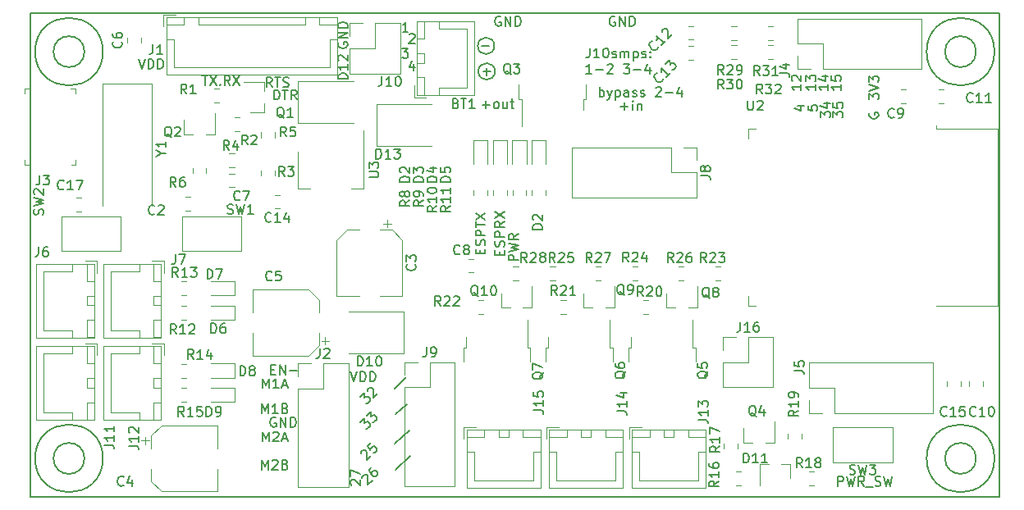
<source format=gbr>
%TF.GenerationSoftware,KiCad,Pcbnew,5.0.0-fee4fd1~66~ubuntu16.04.1*%
%TF.CreationDate,2020-03-09T22:27:40+01:00*%
%TF.ProjectId,robotond2020_ch340,726F626F746F6E64323032305F636833,rev?*%
%TF.SameCoordinates,Original*%
%TF.FileFunction,Legend,Top*%
%TF.FilePolarity,Positive*%
%FSLAX46Y46*%
G04 Gerber Fmt 4.6, Leading zero omitted, Abs format (unit mm)*
G04 Created by KiCad (PCBNEW 5.0.0-fee4fd1~66~ubuntu16.04.1) date Mon Mar  9 22:27:40 2020*
%MOMM*%
%LPD*%
G01*
G04 APERTURE LIST*
%ADD10C,0.150000*%
%ADD11C,0.200000*%
%ADD12C,0.120000*%
%ADD13C,0.100000*%
G04 APERTURE END LIST*
D10*
X158738095Y-58652380D02*
X158738095Y-57652380D01*
X158738095Y-58033333D02*
X158833333Y-57985714D01*
X159023809Y-57985714D01*
X159119047Y-58033333D01*
X159166666Y-58080952D01*
X159214285Y-58176190D01*
X159214285Y-58461904D01*
X159166666Y-58557142D01*
X159119047Y-58604761D01*
X159023809Y-58652380D01*
X158833333Y-58652380D01*
X158738095Y-58604761D01*
X159547619Y-57985714D02*
X159785714Y-58652380D01*
X160023809Y-57985714D02*
X159785714Y-58652380D01*
X159690476Y-58890476D01*
X159642857Y-58938095D01*
X159547619Y-58985714D01*
X160404761Y-57985714D02*
X160404761Y-58985714D01*
X160404761Y-58033333D02*
X160500000Y-57985714D01*
X160690476Y-57985714D01*
X160785714Y-58033333D01*
X160833333Y-58080952D01*
X160880952Y-58176190D01*
X160880952Y-58461904D01*
X160833333Y-58557142D01*
X160785714Y-58604761D01*
X160690476Y-58652380D01*
X160500000Y-58652380D01*
X160404761Y-58604761D01*
X161738095Y-58652380D02*
X161738095Y-58128571D01*
X161690476Y-58033333D01*
X161595238Y-57985714D01*
X161404761Y-57985714D01*
X161309523Y-58033333D01*
X161738095Y-58604761D02*
X161642857Y-58652380D01*
X161404761Y-58652380D01*
X161309523Y-58604761D01*
X161261904Y-58509523D01*
X161261904Y-58414285D01*
X161309523Y-58319047D01*
X161404761Y-58271428D01*
X161642857Y-58271428D01*
X161738095Y-58223809D01*
X162166666Y-58604761D02*
X162261904Y-58652380D01*
X162452380Y-58652380D01*
X162547619Y-58604761D01*
X162595238Y-58509523D01*
X162595238Y-58461904D01*
X162547619Y-58366666D01*
X162452380Y-58319047D01*
X162309523Y-58319047D01*
X162214285Y-58271428D01*
X162166666Y-58176190D01*
X162166666Y-58128571D01*
X162214285Y-58033333D01*
X162309523Y-57985714D01*
X162452380Y-57985714D01*
X162547619Y-58033333D01*
X162976190Y-58604761D02*
X163071428Y-58652380D01*
X163261904Y-58652380D01*
X163357142Y-58604761D01*
X163404761Y-58509523D01*
X163404761Y-58461904D01*
X163357142Y-58366666D01*
X163261904Y-58319047D01*
X163119047Y-58319047D01*
X163023809Y-58271428D01*
X162976190Y-58176190D01*
X162976190Y-58128571D01*
X163023809Y-58033333D01*
X163119047Y-57985714D01*
X163261904Y-57985714D01*
X163357142Y-58033333D01*
X164547619Y-57747619D02*
X164595238Y-57700000D01*
X164690476Y-57652380D01*
X164928571Y-57652380D01*
X165023809Y-57700000D01*
X165071428Y-57747619D01*
X165119047Y-57842857D01*
X165119047Y-57938095D01*
X165071428Y-58080952D01*
X164500000Y-58652380D01*
X165119047Y-58652380D01*
X165547619Y-58271428D02*
X166309523Y-58271428D01*
X167214285Y-57985714D02*
X167214285Y-58652380D01*
X166976190Y-57604761D02*
X166738095Y-58319047D01*
X167357142Y-58319047D01*
D11*
X160338095Y-50400000D02*
X160242857Y-50352380D01*
X160100000Y-50352380D01*
X159957142Y-50400000D01*
X159861904Y-50495238D01*
X159814285Y-50590476D01*
X159766666Y-50780952D01*
X159766666Y-50923809D01*
X159814285Y-51114285D01*
X159861904Y-51209523D01*
X159957142Y-51304761D01*
X160100000Y-51352380D01*
X160195238Y-51352380D01*
X160338095Y-51304761D01*
X160385714Y-51257142D01*
X160385714Y-50923809D01*
X160195238Y-50923809D01*
X160814285Y-51352380D02*
X160814285Y-50352380D01*
X161385714Y-51352380D01*
X161385714Y-50352380D01*
X161861904Y-51352380D02*
X161861904Y-50352380D01*
X162100000Y-50352380D01*
X162242857Y-50400000D01*
X162338095Y-50495238D01*
X162385714Y-50590476D01*
X162433333Y-50780952D01*
X162433333Y-50923809D01*
X162385714Y-51114285D01*
X162338095Y-51209523D01*
X162242857Y-51304761D01*
X162100000Y-51352380D01*
X161861904Y-51352380D01*
X148538095Y-50400000D02*
X148442857Y-50352380D01*
X148300000Y-50352380D01*
X148157142Y-50400000D01*
X148061904Y-50495238D01*
X148014285Y-50590476D01*
X147966666Y-50780952D01*
X147966666Y-50923809D01*
X148014285Y-51114285D01*
X148061904Y-51209523D01*
X148157142Y-51304761D01*
X148300000Y-51352380D01*
X148395238Y-51352380D01*
X148538095Y-51304761D01*
X148585714Y-51257142D01*
X148585714Y-50923809D01*
X148395238Y-50923809D01*
X149014285Y-51352380D02*
X149014285Y-50352380D01*
X149585714Y-51352380D01*
X149585714Y-50352380D01*
X150061904Y-51352380D02*
X150061904Y-50352380D01*
X150300000Y-50352380D01*
X150442857Y-50400000D01*
X150538095Y-50495238D01*
X150585714Y-50590476D01*
X150633333Y-50780952D01*
X150633333Y-50923809D01*
X150585714Y-51114285D01*
X150538095Y-51209523D01*
X150442857Y-51304761D01*
X150300000Y-51352380D01*
X150061904Y-51352380D01*
X160928571Y-59671428D02*
X161690476Y-59671428D01*
X161309523Y-60052380D02*
X161309523Y-59290476D01*
X162166666Y-60052380D02*
X162166666Y-59385714D01*
X162166666Y-59052380D02*
X162119047Y-59100000D01*
X162166666Y-59147619D01*
X162214285Y-59100000D01*
X162166666Y-59052380D01*
X162166666Y-59147619D01*
X162642857Y-59385714D02*
X162642857Y-60052380D01*
X162642857Y-59480952D02*
X162690476Y-59433333D01*
X162785714Y-59385714D01*
X162928571Y-59385714D01*
X163023809Y-59433333D01*
X163071428Y-59528571D01*
X163071428Y-60052380D01*
X146628571Y-59471428D02*
X147390476Y-59471428D01*
X147009523Y-59852380D02*
X147009523Y-59090476D01*
X148009523Y-59852380D02*
X147914285Y-59804761D01*
X147866666Y-59757142D01*
X147819047Y-59661904D01*
X147819047Y-59376190D01*
X147866666Y-59280952D01*
X147914285Y-59233333D01*
X148009523Y-59185714D01*
X148152380Y-59185714D01*
X148247619Y-59233333D01*
X148295238Y-59280952D01*
X148342857Y-59376190D01*
X148342857Y-59661904D01*
X148295238Y-59757142D01*
X148247619Y-59804761D01*
X148152380Y-59852380D01*
X148009523Y-59852380D01*
X149200000Y-59185714D02*
X149200000Y-59852380D01*
X148771428Y-59185714D02*
X148771428Y-59709523D01*
X148819047Y-59804761D01*
X148914285Y-59852380D01*
X149057142Y-59852380D01*
X149152380Y-59804761D01*
X149200000Y-59757142D01*
X149533333Y-59185714D02*
X149914285Y-59185714D01*
X149676190Y-58852380D02*
X149676190Y-59709523D01*
X149723809Y-59804761D01*
X149819047Y-59852380D01*
X149914285Y-59852380D01*
X139590476Y-55285714D02*
X139590476Y-55952380D01*
X139352380Y-54904761D02*
X139114285Y-55619047D01*
X139733333Y-55619047D01*
X138366666Y-53652380D02*
X138985714Y-53652380D01*
X138652380Y-54033333D01*
X138795238Y-54033333D01*
X138890476Y-54080952D01*
X138938095Y-54128571D01*
X138985714Y-54223809D01*
X138985714Y-54461904D01*
X138938095Y-54557142D01*
X138890476Y-54604761D01*
X138795238Y-54652380D01*
X138509523Y-54652380D01*
X138414285Y-54604761D01*
X138366666Y-54557142D01*
X139114285Y-52247619D02*
X139161904Y-52200000D01*
X139257142Y-52152380D01*
X139495238Y-52152380D01*
X139590476Y-52200000D01*
X139638095Y-52247619D01*
X139685714Y-52342857D01*
X139685714Y-52438095D01*
X139638095Y-52580952D01*
X139066666Y-53152380D01*
X139685714Y-53152380D01*
X138985714Y-51952380D02*
X138414285Y-51952380D01*
X138700000Y-51952380D02*
X138700000Y-50952380D01*
X138604761Y-51095238D01*
X138509523Y-51190476D01*
X138414285Y-51238095D01*
D10*
X157723809Y-53627380D02*
X157723809Y-54341666D01*
X157676190Y-54484523D01*
X157580952Y-54579761D01*
X157438095Y-54627380D01*
X157342857Y-54627380D01*
X158723809Y-54627380D02*
X158152380Y-54627380D01*
X158438095Y-54627380D02*
X158438095Y-53627380D01*
X158342857Y-53770238D01*
X158247619Y-53865476D01*
X158152380Y-53913095D01*
X159342857Y-53627380D02*
X159438095Y-53627380D01*
X159533333Y-53675000D01*
X159580952Y-53722619D01*
X159628571Y-53817857D01*
X159676190Y-54008333D01*
X159676190Y-54246428D01*
X159628571Y-54436904D01*
X159580952Y-54532142D01*
X159533333Y-54579761D01*
X159438095Y-54627380D01*
X159342857Y-54627380D01*
X159247619Y-54579761D01*
X159200000Y-54532142D01*
X159152380Y-54436904D01*
X159104761Y-54246428D01*
X159104761Y-54008333D01*
X159152380Y-53817857D01*
X159200000Y-53722619D01*
X159247619Y-53675000D01*
X159342857Y-53627380D01*
X160057142Y-54579761D02*
X160152380Y-54627380D01*
X160342857Y-54627380D01*
X160438095Y-54579761D01*
X160485714Y-54484523D01*
X160485714Y-54436904D01*
X160438095Y-54341666D01*
X160342857Y-54294047D01*
X160200000Y-54294047D01*
X160104761Y-54246428D01*
X160057142Y-54151190D01*
X160057142Y-54103571D01*
X160104761Y-54008333D01*
X160200000Y-53960714D01*
X160342857Y-53960714D01*
X160438095Y-54008333D01*
X160914285Y-54627380D02*
X160914285Y-53960714D01*
X160914285Y-54055952D02*
X160961904Y-54008333D01*
X161057142Y-53960714D01*
X161200000Y-53960714D01*
X161295238Y-54008333D01*
X161342857Y-54103571D01*
X161342857Y-54627380D01*
X161342857Y-54103571D02*
X161390476Y-54008333D01*
X161485714Y-53960714D01*
X161628571Y-53960714D01*
X161723809Y-54008333D01*
X161771428Y-54103571D01*
X161771428Y-54627380D01*
X162247619Y-53960714D02*
X162247619Y-54960714D01*
X162247619Y-54008333D02*
X162342857Y-53960714D01*
X162533333Y-53960714D01*
X162628571Y-54008333D01*
X162676190Y-54055952D01*
X162723809Y-54151190D01*
X162723809Y-54436904D01*
X162676190Y-54532142D01*
X162628571Y-54579761D01*
X162533333Y-54627380D01*
X162342857Y-54627380D01*
X162247619Y-54579761D01*
X163104761Y-54579761D02*
X163200000Y-54627380D01*
X163390476Y-54627380D01*
X163485714Y-54579761D01*
X163533333Y-54484523D01*
X163533333Y-54436904D01*
X163485714Y-54341666D01*
X163390476Y-54294047D01*
X163247619Y-54294047D01*
X163152380Y-54246428D01*
X163104761Y-54151190D01*
X163104761Y-54103571D01*
X163152380Y-54008333D01*
X163247619Y-53960714D01*
X163390476Y-53960714D01*
X163485714Y-54008333D01*
X163961904Y-54532142D02*
X164009523Y-54579761D01*
X163961904Y-54627380D01*
X163914285Y-54579761D01*
X163961904Y-54532142D01*
X163961904Y-54627380D01*
X163961904Y-54008333D02*
X164009523Y-54055952D01*
X163961904Y-54103571D01*
X163914285Y-54055952D01*
X163961904Y-54008333D01*
X163961904Y-54103571D01*
X157938095Y-56277380D02*
X157366666Y-56277380D01*
X157652380Y-56277380D02*
X157652380Y-55277380D01*
X157557142Y-55420238D01*
X157461904Y-55515476D01*
X157366666Y-55563095D01*
X158366666Y-55896428D02*
X159128571Y-55896428D01*
X159557142Y-55372619D02*
X159604761Y-55325000D01*
X159700000Y-55277380D01*
X159938095Y-55277380D01*
X160033333Y-55325000D01*
X160080952Y-55372619D01*
X160128571Y-55467857D01*
X160128571Y-55563095D01*
X160080952Y-55705952D01*
X159509523Y-56277380D01*
X160128571Y-56277380D01*
X161223809Y-55277380D02*
X161842857Y-55277380D01*
X161509523Y-55658333D01*
X161652380Y-55658333D01*
X161747619Y-55705952D01*
X161795238Y-55753571D01*
X161842857Y-55848809D01*
X161842857Y-56086904D01*
X161795238Y-56182142D01*
X161747619Y-56229761D01*
X161652380Y-56277380D01*
X161366666Y-56277380D01*
X161271428Y-56229761D01*
X161223809Y-56182142D01*
X162271428Y-55896428D02*
X163033333Y-55896428D01*
X163938095Y-55610714D02*
X163938095Y-56277380D01*
X163700000Y-55229761D02*
X163461904Y-55944047D01*
X164080952Y-55944047D01*
D11*
X146719047Y-56071428D02*
X147480952Y-56071428D01*
X147100000Y-56452380D02*
X147100000Y-55690476D01*
X146619047Y-53371428D02*
X147380952Y-53371428D01*
X147960233Y-56039768D02*
G75*
G03X147960233Y-56039768I-860233J0D01*
G01*
X147900001Y-53400000D02*
G75*
G03X147900001Y-53400000I-860233J0D01*
G01*
X131800000Y-53061904D02*
X131752380Y-53157142D01*
X131752380Y-53300000D01*
X131800000Y-53442857D01*
X131895238Y-53538095D01*
X131990476Y-53585714D01*
X132180952Y-53633333D01*
X132323809Y-53633333D01*
X132514285Y-53585714D01*
X132609523Y-53538095D01*
X132704761Y-53442857D01*
X132752380Y-53300000D01*
X132752380Y-53204761D01*
X132704761Y-53061904D01*
X132657142Y-53014285D01*
X132323809Y-53014285D01*
X132323809Y-53204761D01*
X132752380Y-52585714D02*
X131752380Y-52585714D01*
X132752380Y-52014285D01*
X131752380Y-52014285D01*
X132752380Y-51538095D02*
X131752380Y-51538095D01*
X131752380Y-51300000D01*
X131800000Y-51157142D01*
X131895238Y-51061904D01*
X131990476Y-51014285D01*
X132180952Y-50966666D01*
X132323809Y-50966666D01*
X132514285Y-51014285D01*
X132609523Y-51061904D01*
X132704761Y-51157142D01*
X132752380Y-51300000D01*
X132752380Y-51538095D01*
X111166666Y-54752380D02*
X111500000Y-55752380D01*
X111833333Y-54752380D01*
X112166666Y-55752380D02*
X112166666Y-54752380D01*
X112404761Y-54752380D01*
X112547619Y-54800000D01*
X112642857Y-54895238D01*
X112690476Y-54990476D01*
X112738095Y-55180952D01*
X112738095Y-55323809D01*
X112690476Y-55514285D01*
X112642857Y-55609523D01*
X112547619Y-55704761D01*
X112404761Y-55752380D01*
X112166666Y-55752380D01*
X113166666Y-55752380D02*
X113166666Y-54752380D01*
X113404761Y-54752380D01*
X113547619Y-54800000D01*
X113642857Y-54895238D01*
X113690476Y-54990476D01*
X113738095Y-55180952D01*
X113738095Y-55323809D01*
X113690476Y-55514285D01*
X113642857Y-55609523D01*
X113547619Y-55704761D01*
X113404761Y-55752380D01*
X113166666Y-55752380D01*
X125157142Y-58952380D02*
X125157142Y-57952380D01*
X125395238Y-57952380D01*
X125538095Y-58000000D01*
X125633333Y-58095238D01*
X125680952Y-58190476D01*
X125728571Y-58380952D01*
X125728571Y-58523809D01*
X125680952Y-58714285D01*
X125633333Y-58809523D01*
X125538095Y-58904761D01*
X125395238Y-58952380D01*
X125157142Y-58952380D01*
X126014285Y-57952380D02*
X126585714Y-57952380D01*
X126300000Y-58952380D02*
X126300000Y-57952380D01*
X127490476Y-58952380D02*
X127157142Y-58476190D01*
X126919047Y-58952380D02*
X126919047Y-57952380D01*
X127300000Y-57952380D01*
X127395238Y-58000000D01*
X127442857Y-58047619D01*
X127490476Y-58142857D01*
X127490476Y-58285714D01*
X127442857Y-58380952D01*
X127395238Y-58428571D01*
X127300000Y-58476190D01*
X126919047Y-58476190D01*
X124952380Y-57652380D02*
X124619047Y-57176190D01*
X124380952Y-57652380D02*
X124380952Y-56652380D01*
X124761904Y-56652380D01*
X124857142Y-56700000D01*
X124904761Y-56747619D01*
X124952380Y-56842857D01*
X124952380Y-56985714D01*
X124904761Y-57080952D01*
X124857142Y-57128571D01*
X124761904Y-57176190D01*
X124380952Y-57176190D01*
X125238095Y-56652380D02*
X125809523Y-56652380D01*
X125523809Y-57652380D02*
X125523809Y-56652380D01*
X126095238Y-57604761D02*
X126238095Y-57652380D01*
X126476190Y-57652380D01*
X126571428Y-57604761D01*
X126619047Y-57557142D01*
X126666666Y-57461904D01*
X126666666Y-57366666D01*
X126619047Y-57271428D01*
X126571428Y-57223809D01*
X126476190Y-57176190D01*
X126285714Y-57128571D01*
X126190476Y-57080952D01*
X126142857Y-57033333D01*
X126095238Y-56938095D01*
X126095238Y-56842857D01*
X126142857Y-56747619D01*
X126190476Y-56700000D01*
X126285714Y-56652380D01*
X126523809Y-56652380D01*
X126666666Y-56700000D01*
X117723809Y-56452380D02*
X118295238Y-56452380D01*
X118009523Y-57452380D02*
X118009523Y-56452380D01*
X118533333Y-56452380D02*
X119200000Y-57452380D01*
X119200000Y-56452380D02*
X118533333Y-57452380D01*
X119580952Y-57357142D02*
X119628571Y-57404761D01*
X119580952Y-57452380D01*
X119533333Y-57404761D01*
X119580952Y-57357142D01*
X119580952Y-57452380D01*
X120628571Y-57452380D02*
X120295238Y-56976190D01*
X120057142Y-57452380D02*
X120057142Y-56452380D01*
X120438095Y-56452380D01*
X120533333Y-56500000D01*
X120580952Y-56547619D01*
X120628571Y-56642857D01*
X120628571Y-56785714D01*
X120580952Y-56880952D01*
X120533333Y-56928571D01*
X120438095Y-56976190D01*
X120057142Y-56976190D01*
X120961904Y-56452380D02*
X121628571Y-57452380D01*
X121628571Y-56452380D02*
X120961904Y-57452380D01*
X134241370Y-98018866D02*
X134241370Y-97951522D01*
X134275042Y-97850507D01*
X134443400Y-97682148D01*
X134544416Y-97648477D01*
X134611759Y-97648477D01*
X134712774Y-97682148D01*
X134780118Y-97749492D01*
X134847461Y-97884179D01*
X134847461Y-98692301D01*
X135285194Y-98254568D01*
X135184179Y-96941370D02*
X135049492Y-97076057D01*
X135015820Y-97177072D01*
X135015820Y-97244416D01*
X135049492Y-97412774D01*
X135150507Y-97581133D01*
X135419881Y-97850507D01*
X135520896Y-97884179D01*
X135588240Y-97884179D01*
X135689255Y-97850507D01*
X135823942Y-97715820D01*
X135857614Y-97614805D01*
X135857614Y-97547461D01*
X135823942Y-97446446D01*
X135655583Y-97278087D01*
X135554568Y-97244416D01*
X135487225Y-97244416D01*
X135386209Y-97278087D01*
X135251522Y-97412774D01*
X135217851Y-97513790D01*
X135217851Y-97581133D01*
X135251522Y-97682148D01*
X134141370Y-95518866D02*
X134141370Y-95451522D01*
X134175042Y-95350507D01*
X134343400Y-95182148D01*
X134444416Y-95148477D01*
X134511759Y-95148477D01*
X134612774Y-95182148D01*
X134680118Y-95249492D01*
X134747461Y-95384179D01*
X134747461Y-96192301D01*
X135185194Y-95754568D01*
X135117851Y-94407698D02*
X134781133Y-94744416D01*
X135084179Y-95114805D01*
X135084179Y-95047461D01*
X135117851Y-94946446D01*
X135286209Y-94778087D01*
X135387225Y-94744416D01*
X135454568Y-94744416D01*
X135555583Y-94778087D01*
X135723942Y-94946446D01*
X135757614Y-95047461D01*
X135757614Y-95114805D01*
X135723942Y-95215820D01*
X135555583Y-95384179D01*
X135454568Y-95417851D01*
X135387225Y-95417851D01*
X134040355Y-92285194D02*
X134478087Y-91847461D01*
X134511759Y-92352538D01*
X134612774Y-92251522D01*
X134713790Y-92217851D01*
X134781133Y-92217851D01*
X134882148Y-92251522D01*
X135050507Y-92419881D01*
X135084179Y-92520896D01*
X135084179Y-92588240D01*
X135050507Y-92689255D01*
X134848477Y-92891286D01*
X134747461Y-92924957D01*
X134680118Y-92924957D01*
X134713790Y-91611759D02*
X135151522Y-91174026D01*
X135185194Y-91679103D01*
X135286209Y-91578087D01*
X135387225Y-91544416D01*
X135454568Y-91544416D01*
X135555583Y-91578087D01*
X135723942Y-91746446D01*
X135757614Y-91847461D01*
X135757614Y-91914805D01*
X135723942Y-92015820D01*
X135521912Y-92217851D01*
X135420896Y-92251522D01*
X135353553Y-92251522D01*
X134040355Y-89685194D02*
X134478087Y-89247461D01*
X134511759Y-89752538D01*
X134612774Y-89651522D01*
X134713790Y-89617851D01*
X134781133Y-89617851D01*
X134882148Y-89651522D01*
X135050507Y-89819881D01*
X135084179Y-89920896D01*
X135084179Y-89988240D01*
X135050507Y-90089255D01*
X134848477Y-90291286D01*
X134747461Y-90324957D01*
X134680118Y-90324957D01*
X134814805Y-89045431D02*
X134814805Y-88978087D01*
X134848477Y-88877072D01*
X135016835Y-88708713D01*
X135117851Y-88675042D01*
X135185194Y-88675042D01*
X135286209Y-88708713D01*
X135353553Y-88776057D01*
X135420896Y-88910744D01*
X135420896Y-89718866D01*
X135858629Y-89281133D01*
X137600000Y-88800000D02*
X138800000Y-87600000D01*
X137700000Y-91400000D02*
X138900000Y-90400000D01*
X137600000Y-94500000D02*
X139100000Y-93100000D01*
X137700000Y-97200000D02*
X139200000Y-95700000D01*
X133147619Y-98761904D02*
X133100000Y-98714285D01*
X133052380Y-98619047D01*
X133052380Y-98380952D01*
X133100000Y-98285714D01*
X133147619Y-98238095D01*
X133242857Y-98190476D01*
X133338095Y-98190476D01*
X133480952Y-98238095D01*
X134052380Y-98809523D01*
X134052380Y-98190476D01*
X133052380Y-97857142D02*
X133052380Y-97190476D01*
X134052380Y-97619047D01*
X133066666Y-87052380D02*
X133400000Y-88052380D01*
X133733333Y-87052380D01*
X134066666Y-88052380D02*
X134066666Y-87052380D01*
X134304761Y-87052380D01*
X134447619Y-87100000D01*
X134542857Y-87195238D01*
X134590476Y-87290476D01*
X134638095Y-87480952D01*
X134638095Y-87623809D01*
X134590476Y-87814285D01*
X134542857Y-87909523D01*
X134447619Y-88004761D01*
X134304761Y-88052380D01*
X134066666Y-88052380D01*
X135066666Y-88052380D02*
X135066666Y-87052380D01*
X135304761Y-87052380D01*
X135447619Y-87100000D01*
X135542857Y-87195238D01*
X135590476Y-87290476D01*
X135638095Y-87480952D01*
X135638095Y-87623809D01*
X135590476Y-87814285D01*
X135542857Y-87909523D01*
X135447619Y-88004761D01*
X135304761Y-88052380D01*
X135066666Y-88052380D01*
X125338095Y-91800000D02*
X125242857Y-91752380D01*
X125100000Y-91752380D01*
X124957142Y-91800000D01*
X124861904Y-91895238D01*
X124814285Y-91990476D01*
X124766666Y-92180952D01*
X124766666Y-92323809D01*
X124814285Y-92514285D01*
X124861904Y-92609523D01*
X124957142Y-92704761D01*
X125100000Y-92752380D01*
X125195238Y-92752380D01*
X125338095Y-92704761D01*
X125385714Y-92657142D01*
X125385714Y-92323809D01*
X125195238Y-92323809D01*
X125814285Y-92752380D02*
X125814285Y-91752380D01*
X126385714Y-92752380D01*
X126385714Y-91752380D01*
X126861904Y-92752380D02*
X126861904Y-91752380D01*
X127100000Y-91752380D01*
X127242857Y-91800000D01*
X127338095Y-91895238D01*
X127385714Y-91990476D01*
X127433333Y-92180952D01*
X127433333Y-92323809D01*
X127385714Y-92514285D01*
X127338095Y-92609523D01*
X127242857Y-92704761D01*
X127100000Y-92752380D01*
X126861904Y-92752380D01*
X124842857Y-86828571D02*
X125176190Y-86828571D01*
X125319047Y-87352380D02*
X124842857Y-87352380D01*
X124842857Y-86352380D01*
X125319047Y-86352380D01*
X125747619Y-87352380D02*
X125747619Y-86352380D01*
X126319047Y-87352380D01*
X126319047Y-86352380D01*
X126795238Y-86971428D02*
X127557142Y-86971428D01*
X123890476Y-97152380D02*
X123890476Y-96152380D01*
X124223809Y-96866666D01*
X124557142Y-96152380D01*
X124557142Y-97152380D01*
X124985714Y-96247619D02*
X125033333Y-96200000D01*
X125128571Y-96152380D01*
X125366666Y-96152380D01*
X125461904Y-96200000D01*
X125509523Y-96247619D01*
X125557142Y-96342857D01*
X125557142Y-96438095D01*
X125509523Y-96580952D01*
X124938095Y-97152380D01*
X125557142Y-97152380D01*
X126319047Y-96628571D02*
X126461904Y-96676190D01*
X126509523Y-96723809D01*
X126557142Y-96819047D01*
X126557142Y-96961904D01*
X126509523Y-97057142D01*
X126461904Y-97104761D01*
X126366666Y-97152380D01*
X125985714Y-97152380D01*
X125985714Y-96152380D01*
X126319047Y-96152380D01*
X126414285Y-96200000D01*
X126461904Y-96247619D01*
X126509523Y-96342857D01*
X126509523Y-96438095D01*
X126461904Y-96533333D01*
X126414285Y-96580952D01*
X126319047Y-96628571D01*
X125985714Y-96628571D01*
X123961904Y-94252380D02*
X123961904Y-93252380D01*
X124295238Y-93966666D01*
X124628571Y-93252380D01*
X124628571Y-94252380D01*
X125057142Y-93347619D02*
X125104761Y-93300000D01*
X125200000Y-93252380D01*
X125438095Y-93252380D01*
X125533333Y-93300000D01*
X125580952Y-93347619D01*
X125628571Y-93442857D01*
X125628571Y-93538095D01*
X125580952Y-93680952D01*
X125009523Y-94252380D01*
X125628571Y-94252380D01*
X126009523Y-93966666D02*
X126485714Y-93966666D01*
X125914285Y-94252380D02*
X126247619Y-93252380D01*
X126580952Y-94252380D01*
X123890476Y-91352380D02*
X123890476Y-90352380D01*
X124223809Y-91066666D01*
X124557142Y-90352380D01*
X124557142Y-91352380D01*
X125557142Y-91352380D02*
X124985714Y-91352380D01*
X125271428Y-91352380D02*
X125271428Y-90352380D01*
X125176190Y-90495238D01*
X125080952Y-90590476D01*
X124985714Y-90638095D01*
X126319047Y-90828571D02*
X126461904Y-90876190D01*
X126509523Y-90923809D01*
X126557142Y-91019047D01*
X126557142Y-91161904D01*
X126509523Y-91257142D01*
X126461904Y-91304761D01*
X126366666Y-91352380D01*
X125985714Y-91352380D01*
X125985714Y-90352380D01*
X126319047Y-90352380D01*
X126414285Y-90400000D01*
X126461904Y-90447619D01*
X126509523Y-90542857D01*
X126509523Y-90638095D01*
X126461904Y-90733333D01*
X126414285Y-90780952D01*
X126319047Y-90828571D01*
X125985714Y-90828571D01*
X123961904Y-88752380D02*
X123961904Y-87752380D01*
X124295238Y-88466666D01*
X124628571Y-87752380D01*
X124628571Y-88752380D01*
X125628571Y-88752380D02*
X125057142Y-88752380D01*
X125342857Y-88752380D02*
X125342857Y-87752380D01*
X125247619Y-87895238D01*
X125152380Y-87990476D01*
X125057142Y-88038095D01*
X126009523Y-88466666D02*
X126485714Y-88466666D01*
X125914285Y-88752380D02*
X126247619Y-87752380D01*
X126580952Y-88752380D01*
X186600000Y-60338095D02*
X186552380Y-60433333D01*
X186552380Y-60576190D01*
X186600000Y-60719047D01*
X186695238Y-60814285D01*
X186790476Y-60861904D01*
X186980952Y-60909523D01*
X187123809Y-60909523D01*
X187314285Y-60861904D01*
X187409523Y-60814285D01*
X187504761Y-60719047D01*
X187552380Y-60576190D01*
X187552380Y-60480952D01*
X187504761Y-60338095D01*
X187457142Y-60290476D01*
X187123809Y-60290476D01*
X187123809Y-60480952D01*
X182852380Y-60809523D02*
X182852380Y-60190476D01*
X183233333Y-60523809D01*
X183233333Y-60380952D01*
X183280952Y-60285714D01*
X183328571Y-60238095D01*
X183423809Y-60190476D01*
X183661904Y-60190476D01*
X183757142Y-60238095D01*
X183804761Y-60285714D01*
X183852380Y-60380952D01*
X183852380Y-60666666D01*
X183804761Y-60761904D01*
X183757142Y-60809523D01*
X182852380Y-59285714D02*
X182852380Y-59761904D01*
X183328571Y-59809523D01*
X183280952Y-59761904D01*
X183233333Y-59666666D01*
X183233333Y-59428571D01*
X183280952Y-59333333D01*
X183328571Y-59285714D01*
X183423809Y-59238095D01*
X183661904Y-59238095D01*
X183757142Y-59285714D01*
X183804761Y-59333333D01*
X183852380Y-59428571D01*
X183852380Y-59666666D01*
X183804761Y-59761904D01*
X183757142Y-59809523D01*
X186552380Y-58938095D02*
X186552380Y-58319047D01*
X186933333Y-58652380D01*
X186933333Y-58509523D01*
X186980952Y-58414285D01*
X187028571Y-58366666D01*
X187123809Y-58319047D01*
X187361904Y-58319047D01*
X187457142Y-58366666D01*
X187504761Y-58414285D01*
X187552380Y-58509523D01*
X187552380Y-58795238D01*
X187504761Y-58890476D01*
X187457142Y-58938095D01*
X186552380Y-58033333D02*
X187552380Y-57700000D01*
X186552380Y-57366666D01*
X186552380Y-57128571D02*
X186552380Y-56509523D01*
X186933333Y-56842857D01*
X186933333Y-56700000D01*
X186980952Y-56604761D01*
X187028571Y-56557142D01*
X187123809Y-56509523D01*
X187361904Y-56509523D01*
X187457142Y-56557142D01*
X187504761Y-56604761D01*
X187552380Y-56700000D01*
X187552380Y-56985714D01*
X187504761Y-57080952D01*
X187457142Y-57128571D01*
X183652380Y-57390476D02*
X183652380Y-57961904D01*
X183652380Y-57676190D02*
X182652380Y-57676190D01*
X182795238Y-57771428D01*
X182890476Y-57866666D01*
X182938095Y-57961904D01*
X182652380Y-56485714D02*
X182652380Y-56961904D01*
X183128571Y-57009523D01*
X183080952Y-56961904D01*
X183033333Y-56866666D01*
X183033333Y-56628571D01*
X183080952Y-56533333D01*
X183128571Y-56485714D01*
X183223809Y-56438095D01*
X183461904Y-56438095D01*
X183557142Y-56485714D01*
X183604761Y-56533333D01*
X183652380Y-56628571D01*
X183652380Y-56866666D01*
X183604761Y-56961904D01*
X183557142Y-57009523D01*
X183338095Y-98852380D02*
X183338095Y-97852380D01*
X183719047Y-97852380D01*
X183814285Y-97900000D01*
X183861904Y-97947619D01*
X183909523Y-98042857D01*
X183909523Y-98185714D01*
X183861904Y-98280952D01*
X183814285Y-98328571D01*
X183719047Y-98376190D01*
X183338095Y-98376190D01*
X184242857Y-97852380D02*
X184480952Y-98852380D01*
X184671428Y-98138095D01*
X184861904Y-98852380D01*
X185100000Y-97852380D01*
X186052380Y-98852380D02*
X185719047Y-98376190D01*
X185480952Y-98852380D02*
X185480952Y-97852380D01*
X185861904Y-97852380D01*
X185957142Y-97900000D01*
X186004761Y-97947619D01*
X186052380Y-98042857D01*
X186052380Y-98185714D01*
X186004761Y-98280952D01*
X185957142Y-98328571D01*
X185861904Y-98376190D01*
X185480952Y-98376190D01*
X186242857Y-98947619D02*
X187004761Y-98947619D01*
X187195238Y-98804761D02*
X187338095Y-98852380D01*
X187576190Y-98852380D01*
X187671428Y-98804761D01*
X187719047Y-98757142D01*
X187766666Y-98661904D01*
X187766666Y-98566666D01*
X187719047Y-98471428D01*
X187671428Y-98423809D01*
X187576190Y-98376190D01*
X187385714Y-98328571D01*
X187290476Y-98280952D01*
X187242857Y-98233333D01*
X187195238Y-98138095D01*
X187195238Y-98042857D01*
X187242857Y-97947619D01*
X187290476Y-97900000D01*
X187385714Y-97852380D01*
X187623809Y-97852380D01*
X187766666Y-97900000D01*
X188100000Y-97852380D02*
X188338095Y-98852380D01*
X188528571Y-98138095D01*
X188719047Y-98852380D01*
X188957142Y-97852380D01*
X181552380Y-60809523D02*
X181552380Y-60190476D01*
X181933333Y-60523809D01*
X181933333Y-60380952D01*
X181980952Y-60285714D01*
X182028571Y-60238095D01*
X182123809Y-60190476D01*
X182361904Y-60190476D01*
X182457142Y-60238095D01*
X182504761Y-60285714D01*
X182552380Y-60380952D01*
X182552380Y-60666666D01*
X182504761Y-60761904D01*
X182457142Y-60809523D01*
X181885714Y-59333333D02*
X182552380Y-59333333D01*
X181504761Y-59571428D02*
X182219047Y-59809523D01*
X182219047Y-59190476D01*
X182352380Y-57390476D02*
X182352380Y-57961904D01*
X182352380Y-57676190D02*
X181352380Y-57676190D01*
X181495238Y-57771428D01*
X181590476Y-57866666D01*
X181638095Y-57961904D01*
X181685714Y-56533333D02*
X182352380Y-56533333D01*
X181304761Y-56771428D02*
X182019047Y-57009523D01*
X182019047Y-56390476D01*
X180252380Y-59561904D02*
X180252380Y-60038095D01*
X180728571Y-60085714D01*
X180680952Y-60038095D01*
X180633333Y-59942857D01*
X180633333Y-59704761D01*
X180680952Y-59609523D01*
X180728571Y-59561904D01*
X180823809Y-59514285D01*
X181061904Y-59514285D01*
X181157142Y-59561904D01*
X181204761Y-59609523D01*
X181252380Y-59704761D01*
X181252380Y-59942857D01*
X181204761Y-60038095D01*
X181157142Y-60085714D01*
X181052380Y-57390476D02*
X181052380Y-57961904D01*
X181052380Y-57676190D02*
X180052380Y-57676190D01*
X180195238Y-57771428D01*
X180290476Y-57866666D01*
X180338095Y-57961904D01*
X180052380Y-57057142D02*
X180052380Y-56438095D01*
X180433333Y-56771428D01*
X180433333Y-56628571D01*
X180480952Y-56533333D01*
X180528571Y-56485714D01*
X180623809Y-56438095D01*
X180861904Y-56438095D01*
X180957142Y-56485714D01*
X181004761Y-56533333D01*
X181052380Y-56628571D01*
X181052380Y-56914285D01*
X181004761Y-57009523D01*
X180957142Y-57057142D01*
X179185714Y-59609523D02*
X179852380Y-59609523D01*
X178804761Y-59847619D02*
X179519047Y-60085714D01*
X179519047Y-59466666D01*
X179552380Y-57390476D02*
X179552380Y-57961904D01*
X179552380Y-57676190D02*
X178552380Y-57676190D01*
X178695238Y-57771428D01*
X178790476Y-57866666D01*
X178838095Y-57961904D01*
X178647619Y-57009523D02*
X178600000Y-56961904D01*
X178552380Y-56866666D01*
X178552380Y-56628571D01*
X178600000Y-56533333D01*
X178647619Y-56485714D01*
X178742857Y-56438095D01*
X178838095Y-56438095D01*
X178980952Y-56485714D01*
X179552380Y-57057142D01*
X179552380Y-56438095D01*
X152852380Y-72338095D02*
X151852380Y-72338095D01*
X151852380Y-72100000D01*
X151900000Y-71957142D01*
X151995238Y-71861904D01*
X152090476Y-71814285D01*
X152280952Y-71766666D01*
X152423809Y-71766666D01*
X152614285Y-71814285D01*
X152709523Y-71861904D01*
X152804761Y-71957142D01*
X152852380Y-72100000D01*
X152852380Y-72338095D01*
X151947619Y-71385714D02*
X151900000Y-71338095D01*
X151852380Y-71242857D01*
X151852380Y-71004761D01*
X151900000Y-70909523D01*
X151947619Y-70861904D01*
X152042857Y-70814285D01*
X152138095Y-70814285D01*
X152280952Y-70861904D01*
X152852380Y-71433333D01*
X152852380Y-70814285D01*
X150352380Y-75533333D02*
X149352380Y-75533333D01*
X149352380Y-75152380D01*
X149400000Y-75057142D01*
X149447619Y-75009523D01*
X149542857Y-74961904D01*
X149685714Y-74961904D01*
X149780952Y-75009523D01*
X149828571Y-75057142D01*
X149876190Y-75152380D01*
X149876190Y-75533333D01*
X149352380Y-74628571D02*
X150352380Y-74390476D01*
X149638095Y-74200000D01*
X150352380Y-74009523D01*
X149352380Y-73771428D01*
X150352380Y-72819047D02*
X149876190Y-73152380D01*
X150352380Y-73390476D02*
X149352380Y-73390476D01*
X149352380Y-73009523D01*
X149400000Y-72914285D01*
X149447619Y-72866666D01*
X149542857Y-72819047D01*
X149685714Y-72819047D01*
X149780952Y-72866666D01*
X149828571Y-72914285D01*
X149876190Y-73009523D01*
X149876190Y-73390476D01*
X148428571Y-74966666D02*
X148428571Y-74633333D01*
X148952380Y-74490476D02*
X148952380Y-74966666D01*
X147952380Y-74966666D01*
X147952380Y-74490476D01*
X148904761Y-74109523D02*
X148952380Y-73966666D01*
X148952380Y-73728571D01*
X148904761Y-73633333D01*
X148857142Y-73585714D01*
X148761904Y-73538095D01*
X148666666Y-73538095D01*
X148571428Y-73585714D01*
X148523809Y-73633333D01*
X148476190Y-73728571D01*
X148428571Y-73919047D01*
X148380952Y-74014285D01*
X148333333Y-74061904D01*
X148238095Y-74109523D01*
X148142857Y-74109523D01*
X148047619Y-74061904D01*
X148000000Y-74014285D01*
X147952380Y-73919047D01*
X147952380Y-73680952D01*
X148000000Y-73538095D01*
X148952380Y-73109523D02*
X147952380Y-73109523D01*
X147952380Y-72728571D01*
X148000000Y-72633333D01*
X148047619Y-72585714D01*
X148142857Y-72538095D01*
X148285714Y-72538095D01*
X148380952Y-72585714D01*
X148428571Y-72633333D01*
X148476190Y-72728571D01*
X148476190Y-73109523D01*
X148952380Y-71538095D02*
X148476190Y-71871428D01*
X148952380Y-72109523D02*
X147952380Y-72109523D01*
X147952380Y-71728571D01*
X148000000Y-71633333D01*
X148047619Y-71585714D01*
X148142857Y-71538095D01*
X148285714Y-71538095D01*
X148380952Y-71585714D01*
X148428571Y-71633333D01*
X148476190Y-71728571D01*
X148476190Y-72109523D01*
X147952380Y-71204761D02*
X148952380Y-70538095D01*
X147952380Y-70538095D02*
X148952380Y-71204761D01*
X146428571Y-74847619D02*
X146428571Y-74514285D01*
X146952380Y-74371428D02*
X146952380Y-74847619D01*
X145952380Y-74847619D01*
X145952380Y-74371428D01*
X146904761Y-73990476D02*
X146952380Y-73847619D01*
X146952380Y-73609523D01*
X146904761Y-73514285D01*
X146857142Y-73466666D01*
X146761904Y-73419047D01*
X146666666Y-73419047D01*
X146571428Y-73466666D01*
X146523809Y-73514285D01*
X146476190Y-73609523D01*
X146428571Y-73800000D01*
X146380952Y-73895238D01*
X146333333Y-73942857D01*
X146238095Y-73990476D01*
X146142857Y-73990476D01*
X146047619Y-73942857D01*
X146000000Y-73895238D01*
X145952380Y-73800000D01*
X145952380Y-73561904D01*
X146000000Y-73419047D01*
X146952380Y-72990476D02*
X145952380Y-72990476D01*
X145952380Y-72609523D01*
X146000000Y-72514285D01*
X146047619Y-72466666D01*
X146142857Y-72419047D01*
X146285714Y-72419047D01*
X146380952Y-72466666D01*
X146428571Y-72514285D01*
X146476190Y-72609523D01*
X146476190Y-72990476D01*
X145952380Y-72133333D02*
X145952380Y-71561904D01*
X146952380Y-71847619D02*
X145952380Y-71847619D01*
X145952380Y-71323809D02*
X146952380Y-70657142D01*
X145952380Y-70657142D02*
X146952380Y-71323809D01*
X199500000Y-54000000D02*
G75*
G03X199500000Y-54000000I-3500000J0D01*
G01*
X199500000Y-96000000D02*
G75*
G03X199500000Y-96000000I-3500000J0D01*
G01*
X107500000Y-96000000D02*
G75*
G03X107500000Y-96000000I-3500000J0D01*
G01*
X107500000Y-54000000D02*
G75*
G03X107500000Y-54000000I-3500000J0D01*
G01*
X197600000Y-96000000D02*
G75*
G03X197600000Y-96000000I-1600000J0D01*
G01*
X105600000Y-96000000D02*
G75*
G03X105600000Y-96000000I-1600000J0D01*
G01*
X105600000Y-54000000D02*
G75*
G03X105600000Y-54000000I-1600000J0D01*
G01*
X197600000Y-54000000D02*
G75*
G03X197600000Y-54000000I-1600000J0D01*
G01*
D10*
X100000000Y-100000000D02*
X100000000Y-50000000D01*
X200000000Y-100000000D02*
X100000000Y-100000000D01*
X200000000Y-50000000D02*
X200000000Y-100000000D01*
X100000000Y-50000000D02*
X200000000Y-50000000D01*
D12*
X139600000Y-58750000D02*
X140850000Y-58750000D01*
X139600000Y-57500000D02*
X139600000Y-58750000D01*
X145100000Y-51600000D02*
X145100000Y-54650000D01*
X142150000Y-51600000D02*
X145100000Y-51600000D01*
X142150000Y-50850000D02*
X142150000Y-51600000D01*
X145100000Y-57700000D02*
X145100000Y-54650000D01*
X142150000Y-57700000D02*
X145100000Y-57700000D01*
X142150000Y-58450000D02*
X142150000Y-57700000D01*
X139900000Y-50850000D02*
X139900000Y-52650000D01*
X140650000Y-50850000D02*
X139900000Y-50850000D01*
X140650000Y-52650000D02*
X140650000Y-50850000D01*
X139900000Y-52650000D02*
X140650000Y-52650000D01*
X139900000Y-56650000D02*
X139900000Y-58450000D01*
X140650000Y-56650000D02*
X139900000Y-56650000D01*
X140650000Y-58450000D02*
X140650000Y-56650000D01*
X139900000Y-58450000D02*
X140650000Y-58450000D01*
X139900000Y-54150000D02*
X139900000Y-55150000D01*
X140650000Y-54150000D02*
X139900000Y-54150000D01*
X140650000Y-55150000D02*
X140650000Y-54150000D01*
X139900000Y-55150000D02*
X140650000Y-55150000D01*
X139890000Y-50840000D02*
X139890000Y-58460000D01*
X145860000Y-50840000D02*
X139890000Y-50840000D01*
X145860000Y-58460000D02*
X145860000Y-50840000D01*
X139890000Y-58460000D02*
X145860000Y-58460000D01*
X137241250Y-71756250D02*
X136453750Y-71756250D01*
X136847500Y-71362500D02*
X136847500Y-72150000D01*
X132654437Y-72390000D02*
X131590000Y-73454437D01*
X137345563Y-72390000D02*
X138410000Y-73454437D01*
X137345563Y-72390000D02*
X136060000Y-72390000D01*
X132654437Y-72390000D02*
X133940000Y-72390000D01*
X131590000Y-73454437D02*
X131590000Y-79210000D01*
X138410000Y-73454437D02*
X138410000Y-79210000D01*
X138410000Y-79210000D02*
X136060000Y-79210000D01*
X131590000Y-79210000D02*
X133940000Y-79210000D01*
X119310000Y-99410000D02*
X119310000Y-97060000D01*
X119310000Y-92590000D02*
X119310000Y-94940000D01*
X113554437Y-92590000D02*
X119310000Y-92590000D01*
X113554437Y-99410000D02*
X119310000Y-99410000D01*
X112490000Y-98345563D02*
X112490000Y-97060000D01*
X112490000Y-93654437D02*
X112490000Y-94940000D01*
X112490000Y-93654437D02*
X113554437Y-92590000D01*
X112490000Y-98345563D02*
X113554437Y-99410000D01*
X111462500Y-94152500D02*
X112250000Y-94152500D01*
X111856250Y-93758750D02*
X111856250Y-94546250D01*
X122990000Y-78590000D02*
X122990000Y-80940000D01*
X122990000Y-85410000D02*
X122990000Y-83060000D01*
X128745563Y-85410000D02*
X122990000Y-85410000D01*
X128745563Y-78590000D02*
X122990000Y-78590000D01*
X129810000Y-79654437D02*
X129810000Y-80940000D01*
X129810000Y-84345563D02*
X129810000Y-83060000D01*
X129810000Y-84345563D02*
X128745563Y-85410000D01*
X129810000Y-79654437D02*
X128745563Y-78590000D01*
X130837500Y-83847500D02*
X130050000Y-83847500D01*
X130443750Y-84241250D02*
X130443750Y-83453750D01*
X109990000Y-53061252D02*
X109990000Y-52538748D01*
X111410000Y-53061252D02*
X111410000Y-52538748D01*
X121061252Y-66590000D02*
X120538748Y-66590000D01*
X121061252Y-68010000D02*
X120538748Y-68010000D01*
X145238748Y-75390000D02*
X145761252Y-75390000D01*
X145238748Y-76810000D02*
X145761252Y-76810000D01*
X189838748Y-57890000D02*
X190361252Y-57890000D01*
X189838748Y-59310000D02*
X190361252Y-59310000D01*
X196890000Y-88038748D02*
X196890000Y-88561252D01*
X198310000Y-88038748D02*
X198310000Y-88561252D01*
X194261252Y-59310000D02*
X193738748Y-59310000D01*
X194261252Y-57890000D02*
X193738748Y-57890000D01*
X168461252Y-51340000D02*
X167938748Y-51340000D01*
X168461252Y-52760000D02*
X167938748Y-52760000D01*
X168461252Y-54810000D02*
X167938748Y-54810000D01*
X168461252Y-53390000D02*
X167938748Y-53390000D01*
X125761252Y-68790000D02*
X125238748Y-68790000D01*
X125761252Y-70210000D02*
X125238748Y-70210000D01*
X196010000Y-88038748D02*
X196010000Y-88561252D01*
X194590000Y-88038748D02*
X194590000Y-88561252D01*
X147212699Y-65569716D02*
X147212699Y-63109716D01*
X147212699Y-63109716D02*
X145742699Y-63109716D01*
X145742699Y-63109716D02*
X145742699Y-65569716D01*
X147742700Y-63134716D02*
X147742700Y-65594716D01*
X149212700Y-63134716D02*
X147742700Y-63134716D01*
X149212700Y-65594716D02*
X149212700Y-63134716D01*
X149742699Y-63134716D02*
X149742699Y-65594716D01*
X151212699Y-63134716D02*
X149742699Y-63134716D01*
X151212699Y-65594716D02*
X151212699Y-63134716D01*
X153212699Y-65569716D02*
X153212699Y-63109716D01*
X153212699Y-63109716D02*
X151742699Y-63109716D01*
X151742699Y-63109716D02*
X151742699Y-65569716D01*
X121110000Y-80215000D02*
X118650000Y-80215000D01*
X121110000Y-81685000D02*
X121110000Y-80215000D01*
X118650000Y-81685000D02*
X121110000Y-81685000D01*
X118650000Y-79185000D02*
X121110000Y-79185000D01*
X121110000Y-79185000D02*
X121110000Y-77715000D01*
X121110000Y-77715000D02*
X118650000Y-77715000D01*
X121110000Y-86215000D02*
X118650000Y-86215000D01*
X121110000Y-87685000D02*
X121110000Y-86215000D01*
X118650000Y-87685000D02*
X121110000Y-87685000D01*
X118650000Y-90185000D02*
X121110000Y-90185000D01*
X121110000Y-90185000D02*
X121110000Y-88715000D01*
X121110000Y-88715000D02*
X118650000Y-88715000D01*
X138550000Y-85150000D02*
X132850000Y-85150000D01*
X138550000Y-80850000D02*
X132850000Y-80850000D01*
X138550000Y-85150000D02*
X138550000Y-80850000D01*
X178430000Y-96590000D02*
X178430000Y-98050000D01*
X175270000Y-96590000D02*
X175270000Y-98750000D01*
X175270000Y-96590000D02*
X176200000Y-96590000D01*
X178430000Y-96590000D02*
X177500000Y-96590000D01*
X127650000Y-57050000D02*
X127650000Y-61350000D01*
X127650000Y-61350000D02*
X133350000Y-61350000D01*
X127650000Y-57050000D02*
X133350000Y-57050000D01*
X135750000Y-59450000D02*
X141450000Y-59450000D01*
X135750000Y-63750000D02*
X141450000Y-63750000D01*
X135750000Y-59450000D02*
X135750000Y-63750000D01*
X114040000Y-50440000D02*
X114040000Y-56410000D01*
X114040000Y-56410000D02*
X131660000Y-56410000D01*
X131660000Y-56410000D02*
X131660000Y-50440000D01*
X131660000Y-50440000D02*
X114040000Y-50440000D01*
X117350000Y-50450000D02*
X117350000Y-51200000D01*
X117350000Y-51200000D02*
X128350000Y-51200000D01*
X128350000Y-51200000D02*
X128350000Y-50450000D01*
X128350000Y-50450000D02*
X117350000Y-50450000D01*
X114050000Y-50450000D02*
X114050000Y-51200000D01*
X114050000Y-51200000D02*
X115850000Y-51200000D01*
X115850000Y-51200000D02*
X115850000Y-50450000D01*
X115850000Y-50450000D02*
X114050000Y-50450000D01*
X129850000Y-50450000D02*
X129850000Y-51200000D01*
X129850000Y-51200000D02*
X131650000Y-51200000D01*
X131650000Y-51200000D02*
X131650000Y-50450000D01*
X131650000Y-50450000D02*
X129850000Y-50450000D01*
X114050000Y-52700000D02*
X114800000Y-52700000D01*
X114800000Y-52700000D02*
X114800000Y-55650000D01*
X114800000Y-55650000D02*
X122850000Y-55650000D01*
X131650000Y-52700000D02*
X130900000Y-52700000D01*
X130900000Y-52700000D02*
X130900000Y-55650000D01*
X130900000Y-55650000D02*
X122850000Y-55650000D01*
X115000000Y-50150000D02*
X113750000Y-50150000D01*
X113750000Y-50150000D02*
X113750000Y-51400000D01*
X127630000Y-86180000D02*
X128960000Y-86180000D01*
X127630000Y-87510000D02*
X127630000Y-86180000D01*
X130230000Y-86180000D02*
X132830000Y-86180000D01*
X130230000Y-88780000D02*
X130230000Y-86180000D01*
X127630000Y-88780000D02*
X130230000Y-88780000D01*
X132830000Y-86180000D02*
X132830000Y-99000000D01*
X127630000Y-88780000D02*
X127630000Y-99000000D01*
X127630000Y-99000000D02*
X132830000Y-99000000D01*
D13*
X104650000Y-57850000D02*
X104650000Y-58350000D01*
X104650000Y-57850000D02*
X104150000Y-57850000D01*
X104650000Y-65650000D02*
X104650000Y-65150000D01*
X104650000Y-65650000D02*
X104250000Y-65650000D01*
X99450000Y-65650000D02*
X99950000Y-65650000D01*
X99450000Y-65650000D02*
X99450000Y-65150000D01*
X99450000Y-57850000D02*
X99450000Y-58350000D01*
X99450000Y-57850000D02*
X99950000Y-57850000D01*
D12*
X191990000Y-55780000D02*
X191990000Y-50580000D01*
X181770000Y-55780000D02*
X191990000Y-55780000D01*
X179170000Y-50580000D02*
X191990000Y-50580000D01*
X181770000Y-55780000D02*
X181770000Y-53180000D01*
X181770000Y-53180000D02*
X179170000Y-53180000D01*
X179170000Y-53180000D02*
X179170000Y-50580000D01*
X180500000Y-55780000D02*
X179170000Y-55780000D01*
X179170000Y-55780000D02*
X179170000Y-54450000D01*
X180370000Y-91330000D02*
X180370000Y-90000000D01*
X181700000Y-91330000D02*
X180370000Y-91330000D01*
X180370000Y-88730000D02*
X180370000Y-86130000D01*
X182970000Y-88730000D02*
X180370000Y-88730000D01*
X182970000Y-91330000D02*
X182970000Y-88730000D01*
X180370000Y-86130000D02*
X193190000Y-86130000D01*
X182970000Y-91330000D02*
X193190000Y-91330000D01*
X193190000Y-91330000D02*
X193190000Y-86130000D01*
X106900000Y-75600000D02*
X105650000Y-75600000D01*
X106900000Y-76850000D02*
X106900000Y-75600000D01*
X101400000Y-82750000D02*
X101400000Y-79700000D01*
X104350000Y-82750000D02*
X101400000Y-82750000D01*
X104350000Y-83500000D02*
X104350000Y-82750000D01*
X101400000Y-76650000D02*
X101400000Y-79700000D01*
X104350000Y-76650000D02*
X101400000Y-76650000D01*
X104350000Y-75900000D02*
X104350000Y-76650000D01*
X106600000Y-83500000D02*
X106600000Y-81700000D01*
X105850000Y-83500000D02*
X106600000Y-83500000D01*
X105850000Y-81700000D02*
X105850000Y-83500000D01*
X106600000Y-81700000D02*
X105850000Y-81700000D01*
X106600000Y-77700000D02*
X106600000Y-75900000D01*
X105850000Y-77700000D02*
X106600000Y-77700000D01*
X105850000Y-75900000D02*
X105850000Y-77700000D01*
X106600000Y-75900000D02*
X105850000Y-75900000D01*
X106600000Y-80200000D02*
X106600000Y-79200000D01*
X105850000Y-80200000D02*
X106600000Y-80200000D01*
X105850000Y-79200000D02*
X105850000Y-80200000D01*
X106600000Y-79200000D02*
X105850000Y-79200000D01*
X106610000Y-83510000D02*
X106610000Y-75890000D01*
X100640000Y-83510000D02*
X106610000Y-83510000D01*
X100640000Y-75890000D02*
X100640000Y-83510000D01*
X106610000Y-75890000D02*
X100640000Y-75890000D01*
X113510000Y-75890000D02*
X107540000Y-75890000D01*
X107540000Y-75890000D02*
X107540000Y-83510000D01*
X107540000Y-83510000D02*
X113510000Y-83510000D01*
X113510000Y-83510000D02*
X113510000Y-75890000D01*
X113500000Y-79200000D02*
X112750000Y-79200000D01*
X112750000Y-79200000D02*
X112750000Y-80200000D01*
X112750000Y-80200000D02*
X113500000Y-80200000D01*
X113500000Y-80200000D02*
X113500000Y-79200000D01*
X113500000Y-75900000D02*
X112750000Y-75900000D01*
X112750000Y-75900000D02*
X112750000Y-77700000D01*
X112750000Y-77700000D02*
X113500000Y-77700000D01*
X113500000Y-77700000D02*
X113500000Y-75900000D01*
X113500000Y-81700000D02*
X112750000Y-81700000D01*
X112750000Y-81700000D02*
X112750000Y-83500000D01*
X112750000Y-83500000D02*
X113500000Y-83500000D01*
X113500000Y-83500000D02*
X113500000Y-81700000D01*
X111250000Y-75900000D02*
X111250000Y-76650000D01*
X111250000Y-76650000D02*
X108300000Y-76650000D01*
X108300000Y-76650000D02*
X108300000Y-79700000D01*
X111250000Y-83500000D02*
X111250000Y-82750000D01*
X111250000Y-82750000D02*
X108300000Y-82750000D01*
X108300000Y-82750000D02*
X108300000Y-79700000D01*
X113800000Y-76850000D02*
X113800000Y-75600000D01*
X113800000Y-75600000D02*
X112550000Y-75600000D01*
X155910000Y-63870000D02*
X155910000Y-69070000D01*
X166130000Y-63870000D02*
X155910000Y-63870000D01*
X168730000Y-69070000D02*
X155910000Y-69070000D01*
X166130000Y-63870000D02*
X166130000Y-66470000D01*
X166130000Y-66470000D02*
X168730000Y-66470000D01*
X168730000Y-66470000D02*
X168730000Y-69070000D01*
X167400000Y-63870000D02*
X168730000Y-63870000D01*
X168730000Y-63870000D02*
X168730000Y-65200000D01*
X138620000Y-98890000D02*
X143820000Y-98890000D01*
X138620000Y-88670000D02*
X138620000Y-98890000D01*
X143820000Y-86070000D02*
X143820000Y-98890000D01*
X138620000Y-88670000D02*
X141220000Y-88670000D01*
X141220000Y-88670000D02*
X141220000Y-86070000D01*
X141220000Y-86070000D02*
X143820000Y-86070000D01*
X138620000Y-87400000D02*
X138620000Y-86070000D01*
X138620000Y-86070000D02*
X139950000Y-86070000D01*
X132970000Y-56270000D02*
X138170000Y-56270000D01*
X132970000Y-53670000D02*
X132970000Y-56270000D01*
X138170000Y-51070000D02*
X138170000Y-56270000D01*
X132970000Y-53670000D02*
X135570000Y-53670000D01*
X135570000Y-53670000D02*
X135570000Y-51070000D01*
X135570000Y-51070000D02*
X138170000Y-51070000D01*
X132970000Y-52400000D02*
X132970000Y-51070000D01*
X132970000Y-51070000D02*
X134300000Y-51070000D01*
X106900000Y-84100000D02*
X105650000Y-84100000D01*
X106900000Y-85350000D02*
X106900000Y-84100000D01*
X101400000Y-91250000D02*
X101400000Y-88200000D01*
X104350000Y-91250000D02*
X101400000Y-91250000D01*
X104350000Y-92000000D02*
X104350000Y-91250000D01*
X101400000Y-85150000D02*
X101400000Y-88200000D01*
X104350000Y-85150000D02*
X101400000Y-85150000D01*
X104350000Y-84400000D02*
X104350000Y-85150000D01*
X106600000Y-92000000D02*
X106600000Y-90200000D01*
X105850000Y-92000000D02*
X106600000Y-92000000D01*
X105850000Y-90200000D02*
X105850000Y-92000000D01*
X106600000Y-90200000D02*
X105850000Y-90200000D01*
X106600000Y-86200000D02*
X106600000Y-84400000D01*
X105850000Y-86200000D02*
X106600000Y-86200000D01*
X105850000Y-84400000D02*
X105850000Y-86200000D01*
X106600000Y-84400000D02*
X105850000Y-84400000D01*
X106600000Y-88700000D02*
X106600000Y-87700000D01*
X105850000Y-88700000D02*
X106600000Y-88700000D01*
X105850000Y-87700000D02*
X105850000Y-88700000D01*
X106600000Y-87700000D02*
X105850000Y-87700000D01*
X106610000Y-92010000D02*
X106610000Y-84390000D01*
X100640000Y-92010000D02*
X106610000Y-92010000D01*
X100640000Y-84390000D02*
X100640000Y-92010000D01*
X106610000Y-84390000D02*
X100640000Y-84390000D01*
X113510000Y-84390000D02*
X107540000Y-84390000D01*
X107540000Y-84390000D02*
X107540000Y-92010000D01*
X107540000Y-92010000D02*
X113510000Y-92010000D01*
X113510000Y-92010000D02*
X113510000Y-84390000D01*
X113500000Y-87700000D02*
X112750000Y-87700000D01*
X112750000Y-87700000D02*
X112750000Y-88700000D01*
X112750000Y-88700000D02*
X113500000Y-88700000D01*
X113500000Y-88700000D02*
X113500000Y-87700000D01*
X113500000Y-84400000D02*
X112750000Y-84400000D01*
X112750000Y-84400000D02*
X112750000Y-86200000D01*
X112750000Y-86200000D02*
X113500000Y-86200000D01*
X113500000Y-86200000D02*
X113500000Y-84400000D01*
X113500000Y-90200000D02*
X112750000Y-90200000D01*
X112750000Y-90200000D02*
X112750000Y-92000000D01*
X112750000Y-92000000D02*
X113500000Y-92000000D01*
X113500000Y-92000000D02*
X113500000Y-90200000D01*
X111250000Y-84400000D02*
X111250000Y-85150000D01*
X111250000Y-85150000D02*
X108300000Y-85150000D01*
X108300000Y-85150000D02*
X108300000Y-88200000D01*
X111250000Y-92000000D02*
X111250000Y-91250000D01*
X111250000Y-91250000D02*
X108300000Y-91250000D01*
X108300000Y-91250000D02*
X108300000Y-88200000D01*
X113800000Y-85350000D02*
X113800000Y-84100000D01*
X113800000Y-84100000D02*
X112550000Y-84100000D01*
X161800000Y-92750000D02*
X161800000Y-94000000D01*
X163050000Y-92750000D02*
X161800000Y-92750000D01*
X168950000Y-98250000D02*
X165900000Y-98250000D01*
X168950000Y-95300000D02*
X168950000Y-98250000D01*
X169700000Y-95300000D02*
X168950000Y-95300000D01*
X162850000Y-98250000D02*
X165900000Y-98250000D01*
X162850000Y-95300000D02*
X162850000Y-98250000D01*
X162100000Y-95300000D02*
X162850000Y-95300000D01*
X169700000Y-93050000D02*
X167900000Y-93050000D01*
X169700000Y-93800000D02*
X169700000Y-93050000D01*
X167900000Y-93800000D02*
X169700000Y-93800000D01*
X167900000Y-93050000D02*
X167900000Y-93800000D01*
X163900000Y-93050000D02*
X162100000Y-93050000D01*
X163900000Y-93800000D02*
X163900000Y-93050000D01*
X162100000Y-93800000D02*
X163900000Y-93800000D01*
X162100000Y-93050000D02*
X162100000Y-93800000D01*
X166400000Y-93050000D02*
X165400000Y-93050000D01*
X166400000Y-93800000D02*
X166400000Y-93050000D01*
X165400000Y-93800000D02*
X166400000Y-93800000D01*
X165400000Y-93050000D02*
X165400000Y-93800000D01*
X169710000Y-93040000D02*
X162090000Y-93040000D01*
X169710000Y-99010000D02*
X169710000Y-93040000D01*
X162090000Y-99010000D02*
X169710000Y-99010000D01*
X162090000Y-93040000D02*
X162090000Y-99010000D01*
X153540000Y-93040000D02*
X153540000Y-99010000D01*
X153540000Y-99010000D02*
X161160000Y-99010000D01*
X161160000Y-99010000D02*
X161160000Y-93040000D01*
X161160000Y-93040000D02*
X153540000Y-93040000D01*
X156850000Y-93050000D02*
X156850000Y-93800000D01*
X156850000Y-93800000D02*
X157850000Y-93800000D01*
X157850000Y-93800000D02*
X157850000Y-93050000D01*
X157850000Y-93050000D02*
X156850000Y-93050000D01*
X153550000Y-93050000D02*
X153550000Y-93800000D01*
X153550000Y-93800000D02*
X155350000Y-93800000D01*
X155350000Y-93800000D02*
X155350000Y-93050000D01*
X155350000Y-93050000D02*
X153550000Y-93050000D01*
X159350000Y-93050000D02*
X159350000Y-93800000D01*
X159350000Y-93800000D02*
X161150000Y-93800000D01*
X161150000Y-93800000D02*
X161150000Y-93050000D01*
X161150000Y-93050000D02*
X159350000Y-93050000D01*
X153550000Y-95300000D02*
X154300000Y-95300000D01*
X154300000Y-95300000D02*
X154300000Y-98250000D01*
X154300000Y-98250000D02*
X157350000Y-98250000D01*
X161150000Y-95300000D02*
X160400000Y-95300000D01*
X160400000Y-95300000D02*
X160400000Y-98250000D01*
X160400000Y-98250000D02*
X157350000Y-98250000D01*
X154500000Y-92750000D02*
X153250000Y-92750000D01*
X153250000Y-92750000D02*
X153250000Y-94000000D01*
X145040000Y-93040000D02*
X145040000Y-99010000D01*
X145040000Y-99010000D02*
X152660000Y-99010000D01*
X152660000Y-99010000D02*
X152660000Y-93040000D01*
X152660000Y-93040000D02*
X145040000Y-93040000D01*
X148350000Y-93050000D02*
X148350000Y-93800000D01*
X148350000Y-93800000D02*
X149350000Y-93800000D01*
X149350000Y-93800000D02*
X149350000Y-93050000D01*
X149350000Y-93050000D02*
X148350000Y-93050000D01*
X145050000Y-93050000D02*
X145050000Y-93800000D01*
X145050000Y-93800000D02*
X146850000Y-93800000D01*
X146850000Y-93800000D02*
X146850000Y-93050000D01*
X146850000Y-93050000D02*
X145050000Y-93050000D01*
X150850000Y-93050000D02*
X150850000Y-93800000D01*
X150850000Y-93800000D02*
X152650000Y-93800000D01*
X152650000Y-93800000D02*
X152650000Y-93050000D01*
X152650000Y-93050000D02*
X150850000Y-93050000D01*
X145050000Y-95300000D02*
X145800000Y-95300000D01*
X145800000Y-95300000D02*
X145800000Y-98250000D01*
X145800000Y-98250000D02*
X148850000Y-98250000D01*
X152650000Y-95300000D02*
X151900000Y-95300000D01*
X151900000Y-95300000D02*
X151900000Y-98250000D01*
X151900000Y-98250000D02*
X148850000Y-98250000D01*
X146000000Y-92750000D02*
X144750000Y-92750000D01*
X144750000Y-92750000D02*
X144750000Y-94000000D01*
X124160000Y-60280000D02*
X124160000Y-59350000D01*
X124160000Y-57120000D02*
X124160000Y-58050000D01*
X124160000Y-57120000D02*
X122000000Y-57120000D01*
X124160000Y-60280000D02*
X122700000Y-60280000D01*
X115870000Y-62510000D02*
X116800000Y-62510000D01*
X119030000Y-62510000D02*
X118100000Y-62510000D01*
X119030000Y-62510000D02*
X119030000Y-60350000D01*
X115870000Y-62510000D02*
X115870000Y-61050000D01*
X157055000Y-58895000D02*
X157055000Y-59995000D01*
X157325000Y-58895000D02*
X157055000Y-58895000D01*
X157325000Y-57395000D02*
X157325000Y-58895000D01*
X150695000Y-58895000D02*
X150695000Y-61725000D01*
X150425000Y-58895000D02*
X150695000Y-58895000D01*
X150425000Y-57395000D02*
X150425000Y-58895000D01*
X173620000Y-94360000D02*
X173620000Y-92900000D01*
X176780000Y-94360000D02*
X176780000Y-92200000D01*
X176780000Y-94360000D02*
X175850000Y-94360000D01*
X173620000Y-94360000D02*
X174550000Y-94360000D01*
X160100000Y-86030000D02*
X160100000Y-84530000D01*
X160100000Y-84530000D02*
X159830000Y-84530000D01*
X159830000Y-84530000D02*
X159830000Y-81700000D01*
X153200000Y-86030000D02*
X153200000Y-84530000D01*
X153200000Y-84530000D02*
X153470000Y-84530000D01*
X153470000Y-84530000D02*
X153470000Y-83430000D01*
X144970000Y-84530000D02*
X144970000Y-83430000D01*
X144700000Y-84530000D02*
X144970000Y-84530000D01*
X144700000Y-86030000D02*
X144700000Y-84530000D01*
X151330000Y-84530000D02*
X151330000Y-81700000D01*
X151600000Y-84530000D02*
X151330000Y-84530000D01*
X151600000Y-86030000D02*
X151600000Y-84530000D01*
X165670000Y-80410000D02*
X165670000Y-78950000D01*
X168830000Y-80410000D02*
X168830000Y-78250000D01*
X168830000Y-80410000D02*
X167900000Y-80410000D01*
X165670000Y-80410000D02*
X166600000Y-80410000D01*
X157120000Y-80410000D02*
X158050000Y-80410000D01*
X160280000Y-80410000D02*
X159350000Y-80410000D01*
X160280000Y-80410000D02*
X160280000Y-78250000D01*
X157120000Y-80410000D02*
X157120000Y-78950000D01*
X148620000Y-80410000D02*
X148620000Y-78950000D01*
X151780000Y-80410000D02*
X151780000Y-78250000D01*
X151780000Y-80410000D02*
X150850000Y-80410000D01*
X148620000Y-80410000D02*
X149550000Y-80410000D01*
X118938748Y-59210000D02*
X119461252Y-59210000D01*
X118938748Y-57790000D02*
X119461252Y-57790000D01*
X121611252Y-62210000D02*
X121088748Y-62210000D01*
X121611252Y-60790000D02*
X121088748Y-60790000D01*
X125260000Y-66761252D02*
X125260000Y-66238748D01*
X123840000Y-66761252D02*
X123840000Y-66238748D01*
X121061252Y-65910000D02*
X120538748Y-65910000D01*
X121061252Y-64490000D02*
X120538748Y-64490000D01*
X123840000Y-62338748D02*
X123840000Y-62861252D01*
X125260000Y-62338748D02*
X125260000Y-62861252D01*
X116740000Y-65988748D02*
X116740000Y-66511252D01*
X118160000Y-65988748D02*
X118160000Y-66511252D01*
X145767699Y-68830968D02*
X145767699Y-68308464D01*
X147187699Y-68830968D02*
X147187699Y-68308464D01*
X149187700Y-68830968D02*
X149187700Y-68308464D01*
X147767700Y-68830968D02*
X147767700Y-68308464D01*
X149767699Y-68830968D02*
X149767699Y-68308464D01*
X151187699Y-68830968D02*
X151187699Y-68308464D01*
X153187699Y-68830968D02*
X153187699Y-68308464D01*
X151767699Y-68830968D02*
X151767699Y-68308464D01*
X115588748Y-80240000D02*
X116111252Y-80240000D01*
X115588748Y-81660000D02*
X116111252Y-81660000D01*
X115588748Y-79160000D02*
X116111252Y-79160000D01*
X115588748Y-77740000D02*
X116111252Y-77740000D01*
X115588748Y-87660000D02*
X116111252Y-87660000D01*
X115588748Y-86240000D02*
X116111252Y-86240000D01*
X115588748Y-88740000D02*
X116111252Y-88740000D01*
X115588748Y-90160000D02*
X116111252Y-90160000D01*
X172838748Y-97390000D02*
X173361252Y-97390000D01*
X172838748Y-98810000D02*
X173361252Y-98810000D01*
X173010000Y-94463747D02*
X173010000Y-94986251D01*
X171590000Y-94463747D02*
X171590000Y-94986251D01*
X180861252Y-97390000D02*
X180338748Y-97390000D01*
X180861252Y-98810000D02*
X180338748Y-98810000D01*
X179610000Y-93961252D02*
X179610000Y-93438748D01*
X178190000Y-93961252D02*
X178190000Y-93438748D01*
X163288748Y-79690000D02*
X163811252Y-79690000D01*
X163288748Y-81110000D02*
X163811252Y-81110000D01*
X154738748Y-79690000D02*
X155261252Y-79690000D01*
X154738748Y-81110000D02*
X155261252Y-81110000D01*
X146238748Y-81110000D02*
X146761252Y-81110000D01*
X146238748Y-79690000D02*
X146761252Y-79690000D01*
X170738748Y-77610000D02*
X171261252Y-77610000D01*
X170738748Y-76190000D02*
X171261252Y-76190000D01*
X162138748Y-77610000D02*
X162661252Y-77610000D01*
X162138748Y-76190000D02*
X162661252Y-76190000D01*
X153638748Y-76190000D02*
X154161252Y-76190000D01*
X153638748Y-77610000D02*
X154161252Y-77610000D01*
X167411252Y-77610000D02*
X166888748Y-77610000D01*
X167411252Y-76190000D02*
X166888748Y-76190000D01*
X158861252Y-77610000D02*
X158338748Y-77610000D01*
X158861252Y-76190000D02*
X158338748Y-76190000D01*
X150361252Y-76190000D02*
X149838748Y-76190000D01*
X150361252Y-77610000D02*
X149838748Y-77610000D01*
X115640000Y-74610000D02*
X115640000Y-70990000D01*
X121760000Y-74610000D02*
X115640000Y-74610000D01*
X121760000Y-70990000D02*
X121760000Y-74610000D01*
X115640000Y-70990000D02*
X121760000Y-70990000D01*
X103240000Y-70990000D02*
X109360000Y-70990000D01*
X109360000Y-70990000D02*
X109360000Y-74610000D01*
X109360000Y-74610000D02*
X103240000Y-74610000D01*
X103240000Y-74610000D02*
X103240000Y-70990000D01*
X188960000Y-96410000D02*
X182840000Y-96410000D01*
X182840000Y-96410000D02*
X182840000Y-92790000D01*
X182840000Y-92790000D02*
X188960000Y-92790000D01*
X188960000Y-92790000D02*
X188960000Y-96410000D01*
X174900000Y-61980000D02*
X174120000Y-61980000D01*
X174120000Y-61980000D02*
X174120000Y-62980000D01*
X174900000Y-80220000D02*
X174120000Y-80220000D01*
X174120000Y-80220000D02*
X174120000Y-79220000D01*
X199865000Y-61980000D02*
X199865000Y-80220000D01*
X199865000Y-80220000D02*
X193445000Y-80220000D01*
X199865000Y-61980000D02*
X193445000Y-61980000D01*
X193445000Y-61980000D02*
X193445000Y-61600000D01*
X127590000Y-68110000D02*
X128850000Y-68110000D01*
X134410000Y-68110000D02*
X133150000Y-68110000D01*
X127590000Y-64350000D02*
X127590000Y-68110000D01*
X134410000Y-62100000D02*
X134410000Y-68110000D01*
X171470000Y-88670000D02*
X176670000Y-88670000D01*
X171470000Y-86070000D02*
X171470000Y-88670000D01*
X176670000Y-83470000D02*
X176670000Y-88670000D01*
X171470000Y-86070000D02*
X174070000Y-86070000D01*
X174070000Y-86070000D02*
X174070000Y-83470000D01*
X174070000Y-83470000D02*
X176670000Y-83470000D01*
X171470000Y-84800000D02*
X171470000Y-83470000D01*
X171470000Y-83470000D02*
X172800000Y-83470000D01*
X172880975Y-51411162D02*
X172358471Y-51411162D01*
X172880975Y-52831162D02*
X172358471Y-52831162D01*
X172358470Y-53361162D02*
X172880974Y-53361162D01*
X172358470Y-54781162D02*
X172880974Y-54781162D01*
X176108471Y-52831161D02*
X176630975Y-52831161D01*
X176108471Y-51411161D02*
X176630975Y-51411161D01*
X176630975Y-54781163D02*
X176108471Y-54781163D01*
X176630975Y-53361163D02*
X176108471Y-53361163D01*
X168650000Y-86030000D02*
X168650000Y-84530000D01*
X168650000Y-84530000D02*
X168380000Y-84530000D01*
X168380000Y-84530000D02*
X168380000Y-81700000D01*
X161750000Y-86030000D02*
X161750000Y-84530000D01*
X161750000Y-84530000D02*
X162020000Y-84530000D01*
X162020000Y-84530000D02*
X162020000Y-83430000D01*
X116038748Y-68990000D02*
X116561252Y-68990000D01*
X116038748Y-70410000D02*
X116561252Y-70410000D01*
X105261252Y-70510000D02*
X104738748Y-70510000D01*
X105261252Y-69090000D02*
X104738748Y-69090000D01*
X112550000Y-69900000D02*
X112550000Y-57300000D01*
X112550000Y-57300000D02*
X107450000Y-57300000D01*
X107450000Y-57300000D02*
X107450000Y-69900000D01*
D10*
X143914285Y-59328571D02*
X144057142Y-59376190D01*
X144104761Y-59423809D01*
X144152380Y-59519047D01*
X144152380Y-59661904D01*
X144104761Y-59757142D01*
X144057142Y-59804761D01*
X143961904Y-59852380D01*
X143580952Y-59852380D01*
X143580952Y-58852380D01*
X143914285Y-58852380D01*
X144009523Y-58900000D01*
X144057142Y-58947619D01*
X144104761Y-59042857D01*
X144104761Y-59138095D01*
X144057142Y-59233333D01*
X144009523Y-59280952D01*
X143914285Y-59328571D01*
X143580952Y-59328571D01*
X144438095Y-58852380D02*
X145009523Y-58852380D01*
X144723809Y-59852380D02*
X144723809Y-58852380D01*
X145866666Y-59852380D02*
X145295238Y-59852380D01*
X145580952Y-59852380D02*
X145580952Y-58852380D01*
X145485714Y-58995238D01*
X145390476Y-59090476D01*
X145295238Y-59138095D01*
X139707142Y-75966666D02*
X139754761Y-76014285D01*
X139802380Y-76157142D01*
X139802380Y-76252380D01*
X139754761Y-76395238D01*
X139659523Y-76490476D01*
X139564285Y-76538095D01*
X139373809Y-76585714D01*
X139230952Y-76585714D01*
X139040476Y-76538095D01*
X138945238Y-76490476D01*
X138850000Y-76395238D01*
X138802380Y-76252380D01*
X138802380Y-76157142D01*
X138850000Y-76014285D01*
X138897619Y-75966666D01*
X138802380Y-75633333D02*
X138802380Y-75014285D01*
X139183333Y-75347619D01*
X139183333Y-75204761D01*
X139230952Y-75109523D01*
X139278571Y-75061904D01*
X139373809Y-75014285D01*
X139611904Y-75014285D01*
X139707142Y-75061904D01*
X139754761Y-75109523D01*
X139802380Y-75204761D01*
X139802380Y-75490476D01*
X139754761Y-75585714D01*
X139707142Y-75633333D01*
X109633333Y-98757142D02*
X109585714Y-98804761D01*
X109442857Y-98852380D01*
X109347619Y-98852380D01*
X109204761Y-98804761D01*
X109109523Y-98709523D01*
X109061904Y-98614285D01*
X109014285Y-98423809D01*
X109014285Y-98280952D01*
X109061904Y-98090476D01*
X109109523Y-97995238D01*
X109204761Y-97900000D01*
X109347619Y-97852380D01*
X109442857Y-97852380D01*
X109585714Y-97900000D01*
X109633333Y-97947619D01*
X110490476Y-98185714D02*
X110490476Y-98852380D01*
X110252380Y-97804761D02*
X110014285Y-98519047D01*
X110633333Y-98519047D01*
X124933333Y-77557142D02*
X124885714Y-77604761D01*
X124742857Y-77652380D01*
X124647619Y-77652380D01*
X124504761Y-77604761D01*
X124409523Y-77509523D01*
X124361904Y-77414285D01*
X124314285Y-77223809D01*
X124314285Y-77080952D01*
X124361904Y-76890476D01*
X124409523Y-76795238D01*
X124504761Y-76700000D01*
X124647619Y-76652380D01*
X124742857Y-76652380D01*
X124885714Y-76700000D01*
X124933333Y-76747619D01*
X125838095Y-76652380D02*
X125361904Y-76652380D01*
X125314285Y-77128571D01*
X125361904Y-77080952D01*
X125457142Y-77033333D01*
X125695238Y-77033333D01*
X125790476Y-77080952D01*
X125838095Y-77128571D01*
X125885714Y-77223809D01*
X125885714Y-77461904D01*
X125838095Y-77557142D01*
X125790476Y-77604761D01*
X125695238Y-77652380D01*
X125457142Y-77652380D01*
X125361904Y-77604761D01*
X125314285Y-77557142D01*
X109407142Y-52966666D02*
X109454761Y-53014285D01*
X109502380Y-53157142D01*
X109502380Y-53252380D01*
X109454761Y-53395238D01*
X109359523Y-53490476D01*
X109264285Y-53538095D01*
X109073809Y-53585714D01*
X108930952Y-53585714D01*
X108740476Y-53538095D01*
X108645238Y-53490476D01*
X108550000Y-53395238D01*
X108502380Y-53252380D01*
X108502380Y-53157142D01*
X108550000Y-53014285D01*
X108597619Y-52966666D01*
X108502380Y-52109523D02*
X108502380Y-52300000D01*
X108550000Y-52395238D01*
X108597619Y-52442857D01*
X108740476Y-52538095D01*
X108930952Y-52585714D01*
X109311904Y-52585714D01*
X109407142Y-52538095D01*
X109454761Y-52490476D01*
X109502380Y-52395238D01*
X109502380Y-52204761D01*
X109454761Y-52109523D01*
X109407142Y-52061904D01*
X109311904Y-52014285D01*
X109073809Y-52014285D01*
X108978571Y-52061904D01*
X108930952Y-52109523D01*
X108883333Y-52204761D01*
X108883333Y-52395238D01*
X108930952Y-52490476D01*
X108978571Y-52538095D01*
X109073809Y-52585714D01*
X121633333Y-69257142D02*
X121585714Y-69304761D01*
X121442857Y-69352380D01*
X121347619Y-69352380D01*
X121204761Y-69304761D01*
X121109523Y-69209523D01*
X121061904Y-69114285D01*
X121014285Y-68923809D01*
X121014285Y-68780952D01*
X121061904Y-68590476D01*
X121109523Y-68495238D01*
X121204761Y-68400000D01*
X121347619Y-68352380D01*
X121442857Y-68352380D01*
X121585714Y-68400000D01*
X121633333Y-68447619D01*
X121966666Y-68352380D02*
X122633333Y-68352380D01*
X122204761Y-69352380D01*
X144333333Y-74857142D02*
X144285714Y-74904761D01*
X144142857Y-74952380D01*
X144047619Y-74952380D01*
X143904761Y-74904761D01*
X143809523Y-74809523D01*
X143761904Y-74714285D01*
X143714285Y-74523809D01*
X143714285Y-74380952D01*
X143761904Y-74190476D01*
X143809523Y-74095238D01*
X143904761Y-74000000D01*
X144047619Y-73952380D01*
X144142857Y-73952380D01*
X144285714Y-74000000D01*
X144333333Y-74047619D01*
X144904761Y-74380952D02*
X144809523Y-74333333D01*
X144761904Y-74285714D01*
X144714285Y-74190476D01*
X144714285Y-74142857D01*
X144761904Y-74047619D01*
X144809523Y-74000000D01*
X144904761Y-73952380D01*
X145095238Y-73952380D01*
X145190476Y-74000000D01*
X145238095Y-74047619D01*
X145285714Y-74142857D01*
X145285714Y-74190476D01*
X145238095Y-74285714D01*
X145190476Y-74333333D01*
X145095238Y-74380952D01*
X144904761Y-74380952D01*
X144809523Y-74428571D01*
X144761904Y-74476190D01*
X144714285Y-74571428D01*
X144714285Y-74761904D01*
X144761904Y-74857142D01*
X144809523Y-74904761D01*
X144904761Y-74952380D01*
X145095238Y-74952380D01*
X145190476Y-74904761D01*
X145238095Y-74857142D01*
X145285714Y-74761904D01*
X145285714Y-74571428D01*
X145238095Y-74476190D01*
X145190476Y-74428571D01*
X145095238Y-74380952D01*
X189133333Y-60757142D02*
X189085714Y-60804761D01*
X188942857Y-60852380D01*
X188847619Y-60852380D01*
X188704761Y-60804761D01*
X188609523Y-60709523D01*
X188561904Y-60614285D01*
X188514285Y-60423809D01*
X188514285Y-60280952D01*
X188561904Y-60090476D01*
X188609523Y-59995238D01*
X188704761Y-59900000D01*
X188847619Y-59852380D01*
X188942857Y-59852380D01*
X189085714Y-59900000D01*
X189133333Y-59947619D01*
X189609523Y-60852380D02*
X189800000Y-60852380D01*
X189895238Y-60804761D01*
X189942857Y-60757142D01*
X190038095Y-60614285D01*
X190085714Y-60423809D01*
X190085714Y-60042857D01*
X190038095Y-59947619D01*
X189990476Y-59900000D01*
X189895238Y-59852380D01*
X189704761Y-59852380D01*
X189609523Y-59900000D01*
X189561904Y-59947619D01*
X189514285Y-60042857D01*
X189514285Y-60280952D01*
X189561904Y-60376190D01*
X189609523Y-60423809D01*
X189704761Y-60471428D01*
X189895238Y-60471428D01*
X189990476Y-60423809D01*
X190038095Y-60376190D01*
X190085714Y-60280952D01*
X197557142Y-91557142D02*
X197509523Y-91604761D01*
X197366666Y-91652380D01*
X197271428Y-91652380D01*
X197128571Y-91604761D01*
X197033333Y-91509523D01*
X196985714Y-91414285D01*
X196938095Y-91223809D01*
X196938095Y-91080952D01*
X196985714Y-90890476D01*
X197033333Y-90795238D01*
X197128571Y-90700000D01*
X197271428Y-90652380D01*
X197366666Y-90652380D01*
X197509523Y-90700000D01*
X197557142Y-90747619D01*
X198509523Y-91652380D02*
X197938095Y-91652380D01*
X198223809Y-91652380D02*
X198223809Y-90652380D01*
X198128571Y-90795238D01*
X198033333Y-90890476D01*
X197938095Y-90938095D01*
X199128571Y-90652380D02*
X199223809Y-90652380D01*
X199319047Y-90700000D01*
X199366666Y-90747619D01*
X199414285Y-90842857D01*
X199461904Y-91033333D01*
X199461904Y-91271428D01*
X199414285Y-91461904D01*
X199366666Y-91557142D01*
X199319047Y-91604761D01*
X199223809Y-91652380D01*
X199128571Y-91652380D01*
X199033333Y-91604761D01*
X198985714Y-91557142D01*
X198938095Y-91461904D01*
X198890476Y-91271428D01*
X198890476Y-91033333D01*
X198938095Y-90842857D01*
X198985714Y-90747619D01*
X199033333Y-90700000D01*
X199128571Y-90652380D01*
X197257142Y-59157142D02*
X197209523Y-59204761D01*
X197066666Y-59252380D01*
X196971428Y-59252380D01*
X196828571Y-59204761D01*
X196733333Y-59109523D01*
X196685714Y-59014285D01*
X196638095Y-58823809D01*
X196638095Y-58680952D01*
X196685714Y-58490476D01*
X196733333Y-58395238D01*
X196828571Y-58300000D01*
X196971428Y-58252380D01*
X197066666Y-58252380D01*
X197209523Y-58300000D01*
X197257142Y-58347619D01*
X198209523Y-59252380D02*
X197638095Y-59252380D01*
X197923809Y-59252380D02*
X197923809Y-58252380D01*
X197828571Y-58395238D01*
X197733333Y-58490476D01*
X197638095Y-58538095D01*
X199161904Y-59252380D02*
X198590476Y-59252380D01*
X198876190Y-59252380D02*
X198876190Y-58252380D01*
X198780952Y-58395238D01*
X198685714Y-58490476D01*
X198590476Y-58538095D01*
X164797969Y-53507106D02*
X164797969Y-53574450D01*
X164730625Y-53709137D01*
X164663282Y-53776480D01*
X164528595Y-53843824D01*
X164393908Y-53843824D01*
X164292893Y-53810152D01*
X164124534Y-53709137D01*
X164023519Y-53608122D01*
X163922503Y-53439763D01*
X163888832Y-53338748D01*
X163888832Y-53204061D01*
X163956175Y-53069374D01*
X164023519Y-53002030D01*
X164158206Y-52934687D01*
X164225549Y-52934687D01*
X165538748Y-52901015D02*
X165134687Y-53305076D01*
X165336717Y-53103045D02*
X164629610Y-52395938D01*
X164663282Y-52564297D01*
X164663282Y-52698984D01*
X164629610Y-52800000D01*
X165168358Y-51991877D02*
X165168358Y-51924534D01*
X165202030Y-51823519D01*
X165370389Y-51655160D01*
X165471404Y-51621488D01*
X165538748Y-51621488D01*
X165639763Y-51655160D01*
X165707106Y-51722503D01*
X165774450Y-51857190D01*
X165774450Y-52665312D01*
X166212183Y-52227580D01*
X165297969Y-56807106D02*
X165297969Y-56874450D01*
X165230625Y-57009137D01*
X165163282Y-57076480D01*
X165028595Y-57143824D01*
X164893908Y-57143824D01*
X164792893Y-57110152D01*
X164624534Y-57009137D01*
X164523519Y-56908122D01*
X164422503Y-56739763D01*
X164388832Y-56638748D01*
X164388832Y-56504061D01*
X164456175Y-56369374D01*
X164523519Y-56302030D01*
X164658206Y-56234687D01*
X164725549Y-56234687D01*
X166038748Y-56201015D02*
X165634687Y-56605076D01*
X165836717Y-56403045D02*
X165129610Y-55695938D01*
X165163282Y-55864297D01*
X165163282Y-55998984D01*
X165129610Y-56100000D01*
X165567343Y-55258206D02*
X166005076Y-54820473D01*
X166038748Y-55325549D01*
X166139763Y-55224534D01*
X166240778Y-55190862D01*
X166308122Y-55190862D01*
X166409137Y-55224534D01*
X166577496Y-55392893D01*
X166611167Y-55493908D01*
X166611167Y-55561251D01*
X166577496Y-55662267D01*
X166375465Y-55864297D01*
X166274450Y-55897969D01*
X166207106Y-55897969D01*
X124857142Y-71507142D02*
X124809523Y-71554761D01*
X124666666Y-71602380D01*
X124571428Y-71602380D01*
X124428571Y-71554761D01*
X124333333Y-71459523D01*
X124285714Y-71364285D01*
X124238095Y-71173809D01*
X124238095Y-71030952D01*
X124285714Y-70840476D01*
X124333333Y-70745238D01*
X124428571Y-70650000D01*
X124571428Y-70602380D01*
X124666666Y-70602380D01*
X124809523Y-70650000D01*
X124857142Y-70697619D01*
X125809523Y-71602380D02*
X125238095Y-71602380D01*
X125523809Y-71602380D02*
X125523809Y-70602380D01*
X125428571Y-70745238D01*
X125333333Y-70840476D01*
X125238095Y-70888095D01*
X126666666Y-70935714D02*
X126666666Y-71602380D01*
X126428571Y-70554761D02*
X126190476Y-71269047D01*
X126809523Y-71269047D01*
X194557142Y-91557142D02*
X194509523Y-91604761D01*
X194366666Y-91652380D01*
X194271428Y-91652380D01*
X194128571Y-91604761D01*
X194033333Y-91509523D01*
X193985714Y-91414285D01*
X193938095Y-91223809D01*
X193938095Y-91080952D01*
X193985714Y-90890476D01*
X194033333Y-90795238D01*
X194128571Y-90700000D01*
X194271428Y-90652380D01*
X194366666Y-90652380D01*
X194509523Y-90700000D01*
X194557142Y-90747619D01*
X195509523Y-91652380D02*
X194938095Y-91652380D01*
X195223809Y-91652380D02*
X195223809Y-90652380D01*
X195128571Y-90795238D01*
X195033333Y-90890476D01*
X194938095Y-90938095D01*
X196414285Y-90652380D02*
X195938095Y-90652380D01*
X195890476Y-91128571D01*
X195938095Y-91080952D01*
X196033333Y-91033333D01*
X196271428Y-91033333D01*
X196366666Y-91080952D01*
X196414285Y-91128571D01*
X196461904Y-91223809D01*
X196461904Y-91461904D01*
X196414285Y-91557142D01*
X196366666Y-91604761D01*
X196271428Y-91652380D01*
X196033333Y-91652380D01*
X195938095Y-91604761D01*
X195890476Y-91557142D01*
X139152380Y-67438095D02*
X138152380Y-67438095D01*
X138152380Y-67200000D01*
X138200000Y-67057142D01*
X138295238Y-66961904D01*
X138390476Y-66914285D01*
X138580952Y-66866666D01*
X138723809Y-66866666D01*
X138914285Y-66914285D01*
X139009523Y-66961904D01*
X139104761Y-67057142D01*
X139152380Y-67200000D01*
X139152380Y-67438095D01*
X138247619Y-66485714D02*
X138200000Y-66438095D01*
X138152380Y-66342857D01*
X138152380Y-66104761D01*
X138200000Y-66009523D01*
X138247619Y-65961904D01*
X138342857Y-65914285D01*
X138438095Y-65914285D01*
X138580952Y-65961904D01*
X139152380Y-66533333D01*
X139152380Y-65914285D01*
X140552380Y-67438095D02*
X139552380Y-67438095D01*
X139552380Y-67200000D01*
X139600000Y-67057142D01*
X139695238Y-66961904D01*
X139790476Y-66914285D01*
X139980952Y-66866666D01*
X140123809Y-66866666D01*
X140314285Y-66914285D01*
X140409523Y-66961904D01*
X140504761Y-67057142D01*
X140552380Y-67200000D01*
X140552380Y-67438095D01*
X139552380Y-66533333D02*
X139552380Y-65914285D01*
X139933333Y-66247619D01*
X139933333Y-66104761D01*
X139980952Y-66009523D01*
X140028571Y-65961904D01*
X140123809Y-65914285D01*
X140361904Y-65914285D01*
X140457142Y-65961904D01*
X140504761Y-66009523D01*
X140552380Y-66104761D01*
X140552380Y-66390476D01*
X140504761Y-66485714D01*
X140457142Y-66533333D01*
X141952380Y-67438095D02*
X140952380Y-67438095D01*
X140952380Y-67200000D01*
X141000000Y-67057142D01*
X141095238Y-66961904D01*
X141190476Y-66914285D01*
X141380952Y-66866666D01*
X141523809Y-66866666D01*
X141714285Y-66914285D01*
X141809523Y-66961904D01*
X141904761Y-67057142D01*
X141952380Y-67200000D01*
X141952380Y-67438095D01*
X141285714Y-66009523D02*
X141952380Y-66009523D01*
X140904761Y-66247619D02*
X141619047Y-66485714D01*
X141619047Y-65866666D01*
X143352380Y-67438095D02*
X142352380Y-67438095D01*
X142352380Y-67200000D01*
X142400000Y-67057142D01*
X142495238Y-66961904D01*
X142590476Y-66914285D01*
X142780952Y-66866666D01*
X142923809Y-66866666D01*
X143114285Y-66914285D01*
X143209523Y-66961904D01*
X143304761Y-67057142D01*
X143352380Y-67200000D01*
X143352380Y-67438095D01*
X142352380Y-65961904D02*
X142352380Y-66438095D01*
X142828571Y-66485714D01*
X142780952Y-66438095D01*
X142733333Y-66342857D01*
X142733333Y-66104761D01*
X142780952Y-66009523D01*
X142828571Y-65961904D01*
X142923809Y-65914285D01*
X143161904Y-65914285D01*
X143257142Y-65961904D01*
X143304761Y-66009523D01*
X143352380Y-66104761D01*
X143352380Y-66342857D01*
X143304761Y-66438095D01*
X143257142Y-66485714D01*
X118661904Y-83052380D02*
X118661904Y-82052380D01*
X118900000Y-82052380D01*
X119042857Y-82100000D01*
X119138095Y-82195238D01*
X119185714Y-82290476D01*
X119233333Y-82480952D01*
X119233333Y-82623809D01*
X119185714Y-82814285D01*
X119138095Y-82909523D01*
X119042857Y-83004761D01*
X118900000Y-83052380D01*
X118661904Y-83052380D01*
X120090476Y-82052380D02*
X119900000Y-82052380D01*
X119804761Y-82100000D01*
X119757142Y-82147619D01*
X119661904Y-82290476D01*
X119614285Y-82480952D01*
X119614285Y-82861904D01*
X119661904Y-82957142D01*
X119709523Y-83004761D01*
X119804761Y-83052380D01*
X119995238Y-83052380D01*
X120090476Y-83004761D01*
X120138095Y-82957142D01*
X120185714Y-82861904D01*
X120185714Y-82623809D01*
X120138095Y-82528571D01*
X120090476Y-82480952D01*
X119995238Y-82433333D01*
X119804761Y-82433333D01*
X119709523Y-82480952D01*
X119661904Y-82528571D01*
X119614285Y-82623809D01*
X118261904Y-77452380D02*
X118261904Y-76452380D01*
X118500000Y-76452380D01*
X118642857Y-76500000D01*
X118738095Y-76595238D01*
X118785714Y-76690476D01*
X118833333Y-76880952D01*
X118833333Y-77023809D01*
X118785714Y-77214285D01*
X118738095Y-77309523D01*
X118642857Y-77404761D01*
X118500000Y-77452380D01*
X118261904Y-77452380D01*
X119166666Y-76452380D02*
X119833333Y-76452380D01*
X119404761Y-77452380D01*
X121661904Y-87452380D02*
X121661904Y-86452380D01*
X121900000Y-86452380D01*
X122042857Y-86500000D01*
X122138095Y-86595238D01*
X122185714Y-86690476D01*
X122233333Y-86880952D01*
X122233333Y-87023809D01*
X122185714Y-87214285D01*
X122138095Y-87309523D01*
X122042857Y-87404761D01*
X121900000Y-87452380D01*
X121661904Y-87452380D01*
X122804761Y-86880952D02*
X122709523Y-86833333D01*
X122661904Y-86785714D01*
X122614285Y-86690476D01*
X122614285Y-86642857D01*
X122661904Y-86547619D01*
X122709523Y-86500000D01*
X122804761Y-86452380D01*
X122995238Y-86452380D01*
X123090476Y-86500000D01*
X123138095Y-86547619D01*
X123185714Y-86642857D01*
X123185714Y-86690476D01*
X123138095Y-86785714D01*
X123090476Y-86833333D01*
X122995238Y-86880952D01*
X122804761Y-86880952D01*
X122709523Y-86928571D01*
X122661904Y-86976190D01*
X122614285Y-87071428D01*
X122614285Y-87261904D01*
X122661904Y-87357142D01*
X122709523Y-87404761D01*
X122804761Y-87452380D01*
X122995238Y-87452380D01*
X123090476Y-87404761D01*
X123138095Y-87357142D01*
X123185714Y-87261904D01*
X123185714Y-87071428D01*
X123138095Y-86976190D01*
X123090476Y-86928571D01*
X122995238Y-86880952D01*
X118161904Y-91652380D02*
X118161904Y-90652380D01*
X118400000Y-90652380D01*
X118542857Y-90700000D01*
X118638095Y-90795238D01*
X118685714Y-90890476D01*
X118733333Y-91080952D01*
X118733333Y-91223809D01*
X118685714Y-91414285D01*
X118638095Y-91509523D01*
X118542857Y-91604761D01*
X118400000Y-91652380D01*
X118161904Y-91652380D01*
X119209523Y-91652380D02*
X119400000Y-91652380D01*
X119495238Y-91604761D01*
X119542857Y-91557142D01*
X119638095Y-91414285D01*
X119685714Y-91223809D01*
X119685714Y-90842857D01*
X119638095Y-90747619D01*
X119590476Y-90700000D01*
X119495238Y-90652380D01*
X119304761Y-90652380D01*
X119209523Y-90700000D01*
X119161904Y-90747619D01*
X119114285Y-90842857D01*
X119114285Y-91080952D01*
X119161904Y-91176190D01*
X119209523Y-91223809D01*
X119304761Y-91271428D01*
X119495238Y-91271428D01*
X119590476Y-91223809D01*
X119638095Y-91176190D01*
X119685714Y-91080952D01*
X133785714Y-86452380D02*
X133785714Y-85452380D01*
X134023809Y-85452380D01*
X134166666Y-85500000D01*
X134261904Y-85595238D01*
X134309523Y-85690476D01*
X134357142Y-85880952D01*
X134357142Y-86023809D01*
X134309523Y-86214285D01*
X134261904Y-86309523D01*
X134166666Y-86404761D01*
X134023809Y-86452380D01*
X133785714Y-86452380D01*
X135309523Y-86452380D02*
X134738095Y-86452380D01*
X135023809Y-86452380D02*
X135023809Y-85452380D01*
X134928571Y-85595238D01*
X134833333Y-85690476D01*
X134738095Y-85738095D01*
X135928571Y-85452380D02*
X136023809Y-85452380D01*
X136119047Y-85500000D01*
X136166666Y-85547619D01*
X136214285Y-85642857D01*
X136261904Y-85833333D01*
X136261904Y-86071428D01*
X136214285Y-86261904D01*
X136166666Y-86357142D01*
X136119047Y-86404761D01*
X136023809Y-86452380D01*
X135928571Y-86452380D01*
X135833333Y-86404761D01*
X135785714Y-86357142D01*
X135738095Y-86261904D01*
X135690476Y-86071428D01*
X135690476Y-85833333D01*
X135738095Y-85642857D01*
X135785714Y-85547619D01*
X135833333Y-85500000D01*
X135928571Y-85452380D01*
X173585714Y-96452380D02*
X173585714Y-95452380D01*
X173823809Y-95452380D01*
X173966666Y-95500000D01*
X174061904Y-95595238D01*
X174109523Y-95690476D01*
X174157142Y-95880952D01*
X174157142Y-96023809D01*
X174109523Y-96214285D01*
X174061904Y-96309523D01*
X173966666Y-96404761D01*
X173823809Y-96452380D01*
X173585714Y-96452380D01*
X175109523Y-96452380D02*
X174538095Y-96452380D01*
X174823809Y-96452380D02*
X174823809Y-95452380D01*
X174728571Y-95595238D01*
X174633333Y-95690476D01*
X174538095Y-95738095D01*
X176061904Y-96452380D02*
X175490476Y-96452380D01*
X175776190Y-96452380D02*
X175776190Y-95452380D01*
X175680952Y-95595238D01*
X175585714Y-95690476D01*
X175490476Y-95738095D01*
X132752380Y-56814285D02*
X131752380Y-56814285D01*
X131752380Y-56576190D01*
X131800000Y-56433333D01*
X131895238Y-56338095D01*
X131990476Y-56290476D01*
X132180952Y-56242857D01*
X132323809Y-56242857D01*
X132514285Y-56290476D01*
X132609523Y-56338095D01*
X132704761Y-56433333D01*
X132752380Y-56576190D01*
X132752380Y-56814285D01*
X132752380Y-55290476D02*
X132752380Y-55861904D01*
X132752380Y-55576190D02*
X131752380Y-55576190D01*
X131895238Y-55671428D01*
X131990476Y-55766666D01*
X132038095Y-55861904D01*
X131847619Y-54909523D02*
X131800000Y-54861904D01*
X131752380Y-54766666D01*
X131752380Y-54528571D01*
X131800000Y-54433333D01*
X131847619Y-54385714D01*
X131942857Y-54338095D01*
X132038095Y-54338095D01*
X132180952Y-54385714D01*
X132752380Y-54957142D01*
X132752380Y-54338095D01*
X135685714Y-65052380D02*
X135685714Y-64052380D01*
X135923809Y-64052380D01*
X136066666Y-64100000D01*
X136161904Y-64195238D01*
X136209523Y-64290476D01*
X136257142Y-64480952D01*
X136257142Y-64623809D01*
X136209523Y-64814285D01*
X136161904Y-64909523D01*
X136066666Y-65004761D01*
X135923809Y-65052380D01*
X135685714Y-65052380D01*
X137209523Y-65052380D02*
X136638095Y-65052380D01*
X136923809Y-65052380D02*
X136923809Y-64052380D01*
X136828571Y-64195238D01*
X136733333Y-64290476D01*
X136638095Y-64338095D01*
X137542857Y-64052380D02*
X138161904Y-64052380D01*
X137828571Y-64433333D01*
X137971428Y-64433333D01*
X138066666Y-64480952D01*
X138114285Y-64528571D01*
X138161904Y-64623809D01*
X138161904Y-64861904D01*
X138114285Y-64957142D01*
X138066666Y-65004761D01*
X137971428Y-65052380D01*
X137685714Y-65052380D01*
X137590476Y-65004761D01*
X137542857Y-64957142D01*
X112666666Y-53252380D02*
X112666666Y-53966666D01*
X112619047Y-54109523D01*
X112523809Y-54204761D01*
X112380952Y-54252380D01*
X112285714Y-54252380D01*
X113666666Y-54252380D02*
X113095238Y-54252380D01*
X113380952Y-54252380D02*
X113380952Y-53252380D01*
X113285714Y-53395238D01*
X113190476Y-53490476D01*
X113095238Y-53538095D01*
X129896666Y-84632380D02*
X129896666Y-85346666D01*
X129849047Y-85489523D01*
X129753809Y-85584761D01*
X129610952Y-85632380D01*
X129515714Y-85632380D01*
X130325238Y-84727619D02*
X130372857Y-84680000D01*
X130468095Y-84632380D01*
X130706190Y-84632380D01*
X130801428Y-84680000D01*
X130849047Y-84727619D01*
X130896666Y-84822857D01*
X130896666Y-84918095D01*
X130849047Y-85060952D01*
X130277619Y-85632380D01*
X130896666Y-85632380D01*
X100966666Y-66752380D02*
X100966666Y-67466666D01*
X100919047Y-67609523D01*
X100823809Y-67704761D01*
X100680952Y-67752380D01*
X100585714Y-67752380D01*
X101347619Y-66752380D02*
X101966666Y-66752380D01*
X101633333Y-67133333D01*
X101776190Y-67133333D01*
X101871428Y-67180952D01*
X101919047Y-67228571D01*
X101966666Y-67323809D01*
X101966666Y-67561904D01*
X101919047Y-67657142D01*
X101871428Y-67704761D01*
X101776190Y-67752380D01*
X101490476Y-67752380D01*
X101395238Y-67704761D01*
X101347619Y-67657142D01*
X177352380Y-56233333D02*
X178066666Y-56233333D01*
X178209523Y-56280952D01*
X178304761Y-56376190D01*
X178352380Y-56519047D01*
X178352380Y-56614285D01*
X177685714Y-55328571D02*
X178352380Y-55328571D01*
X177304761Y-55566666D02*
X178019047Y-55804761D01*
X178019047Y-55185714D01*
X178852380Y-86933333D02*
X179566666Y-86933333D01*
X179709523Y-86980952D01*
X179804761Y-87076190D01*
X179852380Y-87219047D01*
X179852380Y-87314285D01*
X178852380Y-85980952D02*
X178852380Y-86457142D01*
X179328571Y-86504761D01*
X179280952Y-86457142D01*
X179233333Y-86361904D01*
X179233333Y-86123809D01*
X179280952Y-86028571D01*
X179328571Y-85980952D01*
X179423809Y-85933333D01*
X179661904Y-85933333D01*
X179757142Y-85980952D01*
X179804761Y-86028571D01*
X179852380Y-86123809D01*
X179852380Y-86361904D01*
X179804761Y-86457142D01*
X179757142Y-86504761D01*
X100866666Y-74152380D02*
X100866666Y-74866666D01*
X100819047Y-75009523D01*
X100723809Y-75104761D01*
X100580952Y-75152380D01*
X100485714Y-75152380D01*
X101771428Y-74152380D02*
X101580952Y-74152380D01*
X101485714Y-74200000D01*
X101438095Y-74247619D01*
X101342857Y-74390476D01*
X101295238Y-74580952D01*
X101295238Y-74961904D01*
X101342857Y-75057142D01*
X101390476Y-75104761D01*
X101485714Y-75152380D01*
X101676190Y-75152380D01*
X101771428Y-75104761D01*
X101819047Y-75057142D01*
X101866666Y-74961904D01*
X101866666Y-74723809D01*
X101819047Y-74628571D01*
X101771428Y-74580952D01*
X101676190Y-74533333D01*
X101485714Y-74533333D01*
X101390476Y-74580952D01*
X101342857Y-74628571D01*
X101295238Y-74723809D01*
X114966666Y-74952380D02*
X114966666Y-75666666D01*
X114919047Y-75809523D01*
X114823809Y-75904761D01*
X114680952Y-75952380D01*
X114585714Y-75952380D01*
X115347619Y-74952380D02*
X116014285Y-74952380D01*
X115585714Y-75952380D01*
X169182380Y-66803333D02*
X169896666Y-66803333D01*
X170039523Y-66850952D01*
X170134761Y-66946190D01*
X170182380Y-67089047D01*
X170182380Y-67184285D01*
X169610952Y-66184285D02*
X169563333Y-66279523D01*
X169515714Y-66327142D01*
X169420476Y-66374761D01*
X169372857Y-66374761D01*
X169277619Y-66327142D01*
X169230000Y-66279523D01*
X169182380Y-66184285D01*
X169182380Y-65993809D01*
X169230000Y-65898571D01*
X169277619Y-65850952D01*
X169372857Y-65803333D01*
X169420476Y-65803333D01*
X169515714Y-65850952D01*
X169563333Y-65898571D01*
X169610952Y-65993809D01*
X169610952Y-66184285D01*
X169658571Y-66279523D01*
X169706190Y-66327142D01*
X169801428Y-66374761D01*
X169991904Y-66374761D01*
X170087142Y-66327142D01*
X170134761Y-66279523D01*
X170182380Y-66184285D01*
X170182380Y-65993809D01*
X170134761Y-65898571D01*
X170087142Y-65850952D01*
X169991904Y-65803333D01*
X169801428Y-65803333D01*
X169706190Y-65850952D01*
X169658571Y-65898571D01*
X169610952Y-65993809D01*
X140886666Y-84522380D02*
X140886666Y-85236666D01*
X140839047Y-85379523D01*
X140743809Y-85474761D01*
X140600952Y-85522380D01*
X140505714Y-85522380D01*
X141410476Y-85522380D02*
X141600952Y-85522380D01*
X141696190Y-85474761D01*
X141743809Y-85427142D01*
X141839047Y-85284285D01*
X141886666Y-85093809D01*
X141886666Y-84712857D01*
X141839047Y-84617619D01*
X141791428Y-84570000D01*
X141696190Y-84522380D01*
X141505714Y-84522380D01*
X141410476Y-84570000D01*
X141362857Y-84617619D01*
X141315238Y-84712857D01*
X141315238Y-84950952D01*
X141362857Y-85046190D01*
X141410476Y-85093809D01*
X141505714Y-85141428D01*
X141696190Y-85141428D01*
X141791428Y-85093809D01*
X141839047Y-85046190D01*
X141886666Y-84950952D01*
X136290476Y-56552380D02*
X136290476Y-57266666D01*
X136242857Y-57409523D01*
X136147619Y-57504761D01*
X136004761Y-57552380D01*
X135909523Y-57552380D01*
X137290476Y-57552380D02*
X136719047Y-57552380D01*
X137004761Y-57552380D02*
X137004761Y-56552380D01*
X136909523Y-56695238D01*
X136814285Y-56790476D01*
X136719047Y-56838095D01*
X137909523Y-56552380D02*
X138004761Y-56552380D01*
X138100000Y-56600000D01*
X138147619Y-56647619D01*
X138195238Y-56742857D01*
X138242857Y-56933333D01*
X138242857Y-57171428D01*
X138195238Y-57361904D01*
X138147619Y-57457142D01*
X138100000Y-57504761D01*
X138004761Y-57552380D01*
X137909523Y-57552380D01*
X137814285Y-57504761D01*
X137766666Y-57457142D01*
X137719047Y-57361904D01*
X137671428Y-57171428D01*
X137671428Y-56933333D01*
X137719047Y-56742857D01*
X137766666Y-56647619D01*
X137814285Y-56600000D01*
X137909523Y-56552380D01*
X107652380Y-94609523D02*
X108366666Y-94609523D01*
X108509523Y-94657142D01*
X108604761Y-94752380D01*
X108652380Y-94895238D01*
X108652380Y-94990476D01*
X108652380Y-93609523D02*
X108652380Y-94180952D01*
X108652380Y-93895238D02*
X107652380Y-93895238D01*
X107795238Y-93990476D01*
X107890476Y-94085714D01*
X107938095Y-94180952D01*
X108652380Y-92657142D02*
X108652380Y-93228571D01*
X108652380Y-92942857D02*
X107652380Y-92942857D01*
X107795238Y-93038095D01*
X107890476Y-93133333D01*
X107938095Y-93228571D01*
X110152380Y-94709523D02*
X110866666Y-94709523D01*
X111009523Y-94757142D01*
X111104761Y-94852380D01*
X111152380Y-94995238D01*
X111152380Y-95090476D01*
X111152380Y-93709523D02*
X111152380Y-94280952D01*
X111152380Y-93995238D02*
X110152380Y-93995238D01*
X110295238Y-94090476D01*
X110390476Y-94185714D01*
X110438095Y-94280952D01*
X110247619Y-93328571D02*
X110200000Y-93280952D01*
X110152380Y-93185714D01*
X110152380Y-92947619D01*
X110200000Y-92852380D01*
X110247619Y-92804761D01*
X110342857Y-92757142D01*
X110438095Y-92757142D01*
X110580952Y-92804761D01*
X111152380Y-93376190D01*
X111152380Y-92757142D01*
X168952380Y-92009523D02*
X169666666Y-92009523D01*
X169809523Y-92057142D01*
X169904761Y-92152380D01*
X169952380Y-92295238D01*
X169952380Y-92390476D01*
X169952380Y-91009523D02*
X169952380Y-91580952D01*
X169952380Y-91295238D02*
X168952380Y-91295238D01*
X169095238Y-91390476D01*
X169190476Y-91485714D01*
X169238095Y-91580952D01*
X168952380Y-90676190D02*
X168952380Y-90057142D01*
X169333333Y-90390476D01*
X169333333Y-90247619D01*
X169380952Y-90152380D01*
X169428571Y-90104761D01*
X169523809Y-90057142D01*
X169761904Y-90057142D01*
X169857142Y-90104761D01*
X169904761Y-90152380D01*
X169952380Y-90247619D01*
X169952380Y-90533333D01*
X169904761Y-90628571D01*
X169857142Y-90676190D01*
X160552380Y-91109523D02*
X161266666Y-91109523D01*
X161409523Y-91157142D01*
X161504761Y-91252380D01*
X161552380Y-91395238D01*
X161552380Y-91490476D01*
X161552380Y-90109523D02*
X161552380Y-90680952D01*
X161552380Y-90395238D02*
X160552380Y-90395238D01*
X160695238Y-90490476D01*
X160790476Y-90585714D01*
X160838095Y-90680952D01*
X160885714Y-89252380D02*
X161552380Y-89252380D01*
X160504761Y-89490476D02*
X161219047Y-89728571D01*
X161219047Y-89109523D01*
X151952380Y-91009523D02*
X152666666Y-91009523D01*
X152809523Y-91057142D01*
X152904761Y-91152380D01*
X152952380Y-91295238D01*
X152952380Y-91390476D01*
X152952380Y-90009523D02*
X152952380Y-90580952D01*
X152952380Y-90295238D02*
X151952380Y-90295238D01*
X152095238Y-90390476D01*
X152190476Y-90485714D01*
X152238095Y-90580952D01*
X151952380Y-89104761D02*
X151952380Y-89580952D01*
X152428571Y-89628571D01*
X152380952Y-89580952D01*
X152333333Y-89485714D01*
X152333333Y-89247619D01*
X152380952Y-89152380D01*
X152428571Y-89104761D01*
X152523809Y-89057142D01*
X152761904Y-89057142D01*
X152857142Y-89104761D01*
X152904761Y-89152380D01*
X152952380Y-89247619D01*
X152952380Y-89485714D01*
X152904761Y-89580952D01*
X152857142Y-89628571D01*
X126204761Y-60847619D02*
X126109523Y-60800000D01*
X126014285Y-60704761D01*
X125871428Y-60561904D01*
X125776190Y-60514285D01*
X125680952Y-60514285D01*
X125728571Y-60752380D02*
X125633333Y-60704761D01*
X125538095Y-60609523D01*
X125490476Y-60419047D01*
X125490476Y-60085714D01*
X125538095Y-59895238D01*
X125633333Y-59800000D01*
X125728571Y-59752380D01*
X125919047Y-59752380D01*
X126014285Y-59800000D01*
X126109523Y-59895238D01*
X126157142Y-60085714D01*
X126157142Y-60419047D01*
X126109523Y-60609523D01*
X126014285Y-60704761D01*
X125919047Y-60752380D01*
X125728571Y-60752380D01*
X127109523Y-60752380D02*
X126538095Y-60752380D01*
X126823809Y-60752380D02*
X126823809Y-59752380D01*
X126728571Y-59895238D01*
X126633333Y-59990476D01*
X126538095Y-60038095D01*
X114604761Y-62847619D02*
X114509523Y-62800000D01*
X114414285Y-62704761D01*
X114271428Y-62561904D01*
X114176190Y-62514285D01*
X114080952Y-62514285D01*
X114128571Y-62752380D02*
X114033333Y-62704761D01*
X113938095Y-62609523D01*
X113890476Y-62419047D01*
X113890476Y-62085714D01*
X113938095Y-61895238D01*
X114033333Y-61800000D01*
X114128571Y-61752380D01*
X114319047Y-61752380D01*
X114414285Y-61800000D01*
X114509523Y-61895238D01*
X114557142Y-62085714D01*
X114557142Y-62419047D01*
X114509523Y-62609523D01*
X114414285Y-62704761D01*
X114319047Y-62752380D01*
X114128571Y-62752380D01*
X114938095Y-61847619D02*
X114985714Y-61800000D01*
X115080952Y-61752380D01*
X115319047Y-61752380D01*
X115414285Y-61800000D01*
X115461904Y-61847619D01*
X115509523Y-61942857D01*
X115509523Y-62038095D01*
X115461904Y-62180952D01*
X114890476Y-62752380D01*
X115509523Y-62752380D01*
X149604761Y-56347619D02*
X149509523Y-56300000D01*
X149414285Y-56204761D01*
X149271428Y-56061904D01*
X149176190Y-56014285D01*
X149080952Y-56014285D01*
X149128571Y-56252380D02*
X149033333Y-56204761D01*
X148938095Y-56109523D01*
X148890476Y-55919047D01*
X148890476Y-55585714D01*
X148938095Y-55395238D01*
X149033333Y-55300000D01*
X149128571Y-55252380D01*
X149319047Y-55252380D01*
X149414285Y-55300000D01*
X149509523Y-55395238D01*
X149557142Y-55585714D01*
X149557142Y-55919047D01*
X149509523Y-56109523D01*
X149414285Y-56204761D01*
X149319047Y-56252380D01*
X149128571Y-56252380D01*
X149890476Y-55252380D02*
X150509523Y-55252380D01*
X150176190Y-55633333D01*
X150319047Y-55633333D01*
X150414285Y-55680952D01*
X150461904Y-55728571D01*
X150509523Y-55823809D01*
X150509523Y-56061904D01*
X150461904Y-56157142D01*
X150414285Y-56204761D01*
X150319047Y-56252380D01*
X150033333Y-56252380D01*
X149938095Y-56204761D01*
X149890476Y-56157142D01*
X174904761Y-91647619D02*
X174809523Y-91600000D01*
X174714285Y-91504761D01*
X174571428Y-91361904D01*
X174476190Y-91314285D01*
X174380952Y-91314285D01*
X174428571Y-91552380D02*
X174333333Y-91504761D01*
X174238095Y-91409523D01*
X174190476Y-91219047D01*
X174190476Y-90885714D01*
X174238095Y-90695238D01*
X174333333Y-90600000D01*
X174428571Y-90552380D01*
X174619047Y-90552380D01*
X174714285Y-90600000D01*
X174809523Y-90695238D01*
X174857142Y-90885714D01*
X174857142Y-91219047D01*
X174809523Y-91409523D01*
X174714285Y-91504761D01*
X174619047Y-91552380D01*
X174428571Y-91552380D01*
X175714285Y-90885714D02*
X175714285Y-91552380D01*
X175476190Y-90504761D02*
X175238095Y-91219047D01*
X175857142Y-91219047D01*
X161447619Y-86995238D02*
X161400000Y-87090476D01*
X161304761Y-87185714D01*
X161161904Y-87328571D01*
X161114285Y-87423809D01*
X161114285Y-87519047D01*
X161352380Y-87471428D02*
X161304761Y-87566666D01*
X161209523Y-87661904D01*
X161019047Y-87709523D01*
X160685714Y-87709523D01*
X160495238Y-87661904D01*
X160400000Y-87566666D01*
X160352380Y-87471428D01*
X160352380Y-87280952D01*
X160400000Y-87185714D01*
X160495238Y-87090476D01*
X160685714Y-87042857D01*
X161019047Y-87042857D01*
X161209523Y-87090476D01*
X161304761Y-87185714D01*
X161352380Y-87280952D01*
X161352380Y-87471428D01*
X160352380Y-86185714D02*
X160352380Y-86376190D01*
X160400000Y-86471428D01*
X160447619Y-86519047D01*
X160590476Y-86614285D01*
X160780952Y-86661904D01*
X161161904Y-86661904D01*
X161257142Y-86614285D01*
X161304761Y-86566666D01*
X161352380Y-86471428D01*
X161352380Y-86280952D01*
X161304761Y-86185714D01*
X161257142Y-86138095D01*
X161161904Y-86090476D01*
X160923809Y-86090476D01*
X160828571Y-86138095D01*
X160780952Y-86185714D01*
X160733333Y-86280952D01*
X160733333Y-86471428D01*
X160780952Y-86566666D01*
X160828571Y-86614285D01*
X160923809Y-86661904D01*
X152947619Y-87095238D02*
X152900000Y-87190476D01*
X152804761Y-87285714D01*
X152661904Y-87428571D01*
X152614285Y-87523809D01*
X152614285Y-87619047D01*
X152852380Y-87571428D02*
X152804761Y-87666666D01*
X152709523Y-87761904D01*
X152519047Y-87809523D01*
X152185714Y-87809523D01*
X151995238Y-87761904D01*
X151900000Y-87666666D01*
X151852380Y-87571428D01*
X151852380Y-87380952D01*
X151900000Y-87285714D01*
X151995238Y-87190476D01*
X152185714Y-87142857D01*
X152519047Y-87142857D01*
X152709523Y-87190476D01*
X152804761Y-87285714D01*
X152852380Y-87380952D01*
X152852380Y-87571428D01*
X151852380Y-86809523D02*
X151852380Y-86142857D01*
X152852380Y-86571428D01*
X170104761Y-79447619D02*
X170009523Y-79400000D01*
X169914285Y-79304761D01*
X169771428Y-79161904D01*
X169676190Y-79114285D01*
X169580952Y-79114285D01*
X169628571Y-79352380D02*
X169533333Y-79304761D01*
X169438095Y-79209523D01*
X169390476Y-79019047D01*
X169390476Y-78685714D01*
X169438095Y-78495238D01*
X169533333Y-78400000D01*
X169628571Y-78352380D01*
X169819047Y-78352380D01*
X169914285Y-78400000D01*
X170009523Y-78495238D01*
X170057142Y-78685714D01*
X170057142Y-79019047D01*
X170009523Y-79209523D01*
X169914285Y-79304761D01*
X169819047Y-79352380D01*
X169628571Y-79352380D01*
X170628571Y-78780952D02*
X170533333Y-78733333D01*
X170485714Y-78685714D01*
X170438095Y-78590476D01*
X170438095Y-78542857D01*
X170485714Y-78447619D01*
X170533333Y-78400000D01*
X170628571Y-78352380D01*
X170819047Y-78352380D01*
X170914285Y-78400000D01*
X170961904Y-78447619D01*
X171009523Y-78542857D01*
X171009523Y-78590476D01*
X170961904Y-78685714D01*
X170914285Y-78733333D01*
X170819047Y-78780952D01*
X170628571Y-78780952D01*
X170533333Y-78828571D01*
X170485714Y-78876190D01*
X170438095Y-78971428D01*
X170438095Y-79161904D01*
X170485714Y-79257142D01*
X170533333Y-79304761D01*
X170628571Y-79352380D01*
X170819047Y-79352380D01*
X170914285Y-79304761D01*
X170961904Y-79257142D01*
X171009523Y-79161904D01*
X171009523Y-78971428D01*
X170961904Y-78876190D01*
X170914285Y-78828571D01*
X170819047Y-78780952D01*
X161304761Y-79147619D02*
X161209523Y-79100000D01*
X161114285Y-79004761D01*
X160971428Y-78861904D01*
X160876190Y-78814285D01*
X160780952Y-78814285D01*
X160828571Y-79052380D02*
X160733333Y-79004761D01*
X160638095Y-78909523D01*
X160590476Y-78719047D01*
X160590476Y-78385714D01*
X160638095Y-78195238D01*
X160733333Y-78100000D01*
X160828571Y-78052380D01*
X161019047Y-78052380D01*
X161114285Y-78100000D01*
X161209523Y-78195238D01*
X161257142Y-78385714D01*
X161257142Y-78719047D01*
X161209523Y-78909523D01*
X161114285Y-79004761D01*
X161019047Y-79052380D01*
X160828571Y-79052380D01*
X161733333Y-79052380D02*
X161923809Y-79052380D01*
X162019047Y-79004761D01*
X162066666Y-78957142D01*
X162161904Y-78814285D01*
X162209523Y-78623809D01*
X162209523Y-78242857D01*
X162161904Y-78147619D01*
X162114285Y-78100000D01*
X162019047Y-78052380D01*
X161828571Y-78052380D01*
X161733333Y-78100000D01*
X161685714Y-78147619D01*
X161638095Y-78242857D01*
X161638095Y-78480952D01*
X161685714Y-78576190D01*
X161733333Y-78623809D01*
X161828571Y-78671428D01*
X162019047Y-78671428D01*
X162114285Y-78623809D01*
X162161904Y-78576190D01*
X162209523Y-78480952D01*
X146228571Y-79247619D02*
X146133333Y-79200000D01*
X146038095Y-79104761D01*
X145895238Y-78961904D01*
X145800000Y-78914285D01*
X145704761Y-78914285D01*
X145752380Y-79152380D02*
X145657142Y-79104761D01*
X145561904Y-79009523D01*
X145514285Y-78819047D01*
X145514285Y-78485714D01*
X145561904Y-78295238D01*
X145657142Y-78200000D01*
X145752380Y-78152380D01*
X145942857Y-78152380D01*
X146038095Y-78200000D01*
X146133333Y-78295238D01*
X146180952Y-78485714D01*
X146180952Y-78819047D01*
X146133333Y-79009523D01*
X146038095Y-79104761D01*
X145942857Y-79152380D01*
X145752380Y-79152380D01*
X147133333Y-79152380D02*
X146561904Y-79152380D01*
X146847619Y-79152380D02*
X146847619Y-78152380D01*
X146752380Y-78295238D01*
X146657142Y-78390476D01*
X146561904Y-78438095D01*
X147752380Y-78152380D02*
X147847619Y-78152380D01*
X147942857Y-78200000D01*
X147990476Y-78247619D01*
X148038095Y-78342857D01*
X148085714Y-78533333D01*
X148085714Y-78771428D01*
X148038095Y-78961904D01*
X147990476Y-79057142D01*
X147942857Y-79104761D01*
X147847619Y-79152380D01*
X147752380Y-79152380D01*
X147657142Y-79104761D01*
X147609523Y-79057142D01*
X147561904Y-78961904D01*
X147514285Y-78771428D01*
X147514285Y-78533333D01*
X147561904Y-78342857D01*
X147609523Y-78247619D01*
X147657142Y-78200000D01*
X147752380Y-78152380D01*
X116133333Y-58352380D02*
X115800000Y-57876190D01*
X115561904Y-58352380D02*
X115561904Y-57352380D01*
X115942857Y-57352380D01*
X116038095Y-57400000D01*
X116085714Y-57447619D01*
X116133333Y-57542857D01*
X116133333Y-57685714D01*
X116085714Y-57780952D01*
X116038095Y-57828571D01*
X115942857Y-57876190D01*
X115561904Y-57876190D01*
X117085714Y-58352380D02*
X116514285Y-58352380D01*
X116800000Y-58352380D02*
X116800000Y-57352380D01*
X116704761Y-57495238D01*
X116609523Y-57590476D01*
X116514285Y-57638095D01*
X122433333Y-63602380D02*
X122100000Y-63126190D01*
X121861904Y-63602380D02*
X121861904Y-62602380D01*
X122242857Y-62602380D01*
X122338095Y-62650000D01*
X122385714Y-62697619D01*
X122433333Y-62792857D01*
X122433333Y-62935714D01*
X122385714Y-63030952D01*
X122338095Y-63078571D01*
X122242857Y-63126190D01*
X121861904Y-63126190D01*
X122814285Y-62697619D02*
X122861904Y-62650000D01*
X122957142Y-62602380D01*
X123195238Y-62602380D01*
X123290476Y-62650000D01*
X123338095Y-62697619D01*
X123385714Y-62792857D01*
X123385714Y-62888095D01*
X123338095Y-63030952D01*
X122766666Y-63602380D01*
X123385714Y-63602380D01*
X126233333Y-66852380D02*
X125900000Y-66376190D01*
X125661904Y-66852380D02*
X125661904Y-65852380D01*
X126042857Y-65852380D01*
X126138095Y-65900000D01*
X126185714Y-65947619D01*
X126233333Y-66042857D01*
X126233333Y-66185714D01*
X126185714Y-66280952D01*
X126138095Y-66328571D01*
X126042857Y-66376190D01*
X125661904Y-66376190D01*
X126566666Y-65852380D02*
X127185714Y-65852380D01*
X126852380Y-66233333D01*
X126995238Y-66233333D01*
X127090476Y-66280952D01*
X127138095Y-66328571D01*
X127185714Y-66423809D01*
X127185714Y-66661904D01*
X127138095Y-66757142D01*
X127090476Y-66804761D01*
X126995238Y-66852380D01*
X126709523Y-66852380D01*
X126614285Y-66804761D01*
X126566666Y-66757142D01*
X120533333Y-64152380D02*
X120200000Y-63676190D01*
X119961904Y-64152380D02*
X119961904Y-63152380D01*
X120342857Y-63152380D01*
X120438095Y-63200000D01*
X120485714Y-63247619D01*
X120533333Y-63342857D01*
X120533333Y-63485714D01*
X120485714Y-63580952D01*
X120438095Y-63628571D01*
X120342857Y-63676190D01*
X119961904Y-63676190D01*
X121390476Y-63485714D02*
X121390476Y-64152380D01*
X121152380Y-63104761D02*
X120914285Y-63819047D01*
X121533333Y-63819047D01*
X126433333Y-62752380D02*
X126100000Y-62276190D01*
X125861904Y-62752380D02*
X125861904Y-61752380D01*
X126242857Y-61752380D01*
X126338095Y-61800000D01*
X126385714Y-61847619D01*
X126433333Y-61942857D01*
X126433333Y-62085714D01*
X126385714Y-62180952D01*
X126338095Y-62228571D01*
X126242857Y-62276190D01*
X125861904Y-62276190D01*
X127338095Y-61752380D02*
X126861904Y-61752380D01*
X126814285Y-62228571D01*
X126861904Y-62180952D01*
X126957142Y-62133333D01*
X127195238Y-62133333D01*
X127290476Y-62180952D01*
X127338095Y-62228571D01*
X127385714Y-62323809D01*
X127385714Y-62561904D01*
X127338095Y-62657142D01*
X127290476Y-62704761D01*
X127195238Y-62752380D01*
X126957142Y-62752380D01*
X126861904Y-62704761D01*
X126814285Y-62657142D01*
X115033333Y-67952380D02*
X114700000Y-67476190D01*
X114461904Y-67952380D02*
X114461904Y-66952380D01*
X114842857Y-66952380D01*
X114938095Y-67000000D01*
X114985714Y-67047619D01*
X115033333Y-67142857D01*
X115033333Y-67285714D01*
X114985714Y-67380952D01*
X114938095Y-67428571D01*
X114842857Y-67476190D01*
X114461904Y-67476190D01*
X115890476Y-66952380D02*
X115700000Y-66952380D01*
X115604761Y-67000000D01*
X115557142Y-67047619D01*
X115461904Y-67190476D01*
X115414285Y-67380952D01*
X115414285Y-67761904D01*
X115461904Y-67857142D01*
X115509523Y-67904761D01*
X115604761Y-67952380D01*
X115795238Y-67952380D01*
X115890476Y-67904761D01*
X115938095Y-67857142D01*
X115985714Y-67761904D01*
X115985714Y-67523809D01*
X115938095Y-67428571D01*
X115890476Y-67380952D01*
X115795238Y-67333333D01*
X115604761Y-67333333D01*
X115509523Y-67380952D01*
X115461904Y-67428571D01*
X115414285Y-67523809D01*
X139152380Y-69366666D02*
X138676190Y-69700000D01*
X139152380Y-69938095D02*
X138152380Y-69938095D01*
X138152380Y-69557142D01*
X138200000Y-69461904D01*
X138247619Y-69414285D01*
X138342857Y-69366666D01*
X138485714Y-69366666D01*
X138580952Y-69414285D01*
X138628571Y-69461904D01*
X138676190Y-69557142D01*
X138676190Y-69938095D01*
X138580952Y-68795238D02*
X138533333Y-68890476D01*
X138485714Y-68938095D01*
X138390476Y-68985714D01*
X138342857Y-68985714D01*
X138247619Y-68938095D01*
X138200000Y-68890476D01*
X138152380Y-68795238D01*
X138152380Y-68604761D01*
X138200000Y-68509523D01*
X138247619Y-68461904D01*
X138342857Y-68414285D01*
X138390476Y-68414285D01*
X138485714Y-68461904D01*
X138533333Y-68509523D01*
X138580952Y-68604761D01*
X138580952Y-68795238D01*
X138628571Y-68890476D01*
X138676190Y-68938095D01*
X138771428Y-68985714D01*
X138961904Y-68985714D01*
X139057142Y-68938095D01*
X139104761Y-68890476D01*
X139152380Y-68795238D01*
X139152380Y-68604761D01*
X139104761Y-68509523D01*
X139057142Y-68461904D01*
X138961904Y-68414285D01*
X138771428Y-68414285D01*
X138676190Y-68461904D01*
X138628571Y-68509523D01*
X138580952Y-68604761D01*
X140552380Y-69366666D02*
X140076190Y-69700000D01*
X140552380Y-69938095D02*
X139552380Y-69938095D01*
X139552380Y-69557142D01*
X139600000Y-69461904D01*
X139647619Y-69414285D01*
X139742857Y-69366666D01*
X139885714Y-69366666D01*
X139980952Y-69414285D01*
X140028571Y-69461904D01*
X140076190Y-69557142D01*
X140076190Y-69938095D01*
X140552380Y-68890476D02*
X140552380Y-68700000D01*
X140504761Y-68604761D01*
X140457142Y-68557142D01*
X140314285Y-68461904D01*
X140123809Y-68414285D01*
X139742857Y-68414285D01*
X139647619Y-68461904D01*
X139600000Y-68509523D01*
X139552380Y-68604761D01*
X139552380Y-68795238D01*
X139600000Y-68890476D01*
X139647619Y-68938095D01*
X139742857Y-68985714D01*
X139980952Y-68985714D01*
X140076190Y-68938095D01*
X140123809Y-68890476D01*
X140171428Y-68795238D01*
X140171428Y-68604761D01*
X140123809Y-68509523D01*
X140076190Y-68461904D01*
X139980952Y-68414285D01*
X141952380Y-69942857D02*
X141476190Y-70276190D01*
X141952380Y-70514285D02*
X140952380Y-70514285D01*
X140952380Y-70133333D01*
X141000000Y-70038095D01*
X141047619Y-69990476D01*
X141142857Y-69942857D01*
X141285714Y-69942857D01*
X141380952Y-69990476D01*
X141428571Y-70038095D01*
X141476190Y-70133333D01*
X141476190Y-70514285D01*
X141952380Y-68990476D02*
X141952380Y-69561904D01*
X141952380Y-69276190D02*
X140952380Y-69276190D01*
X141095238Y-69371428D01*
X141190476Y-69466666D01*
X141238095Y-69561904D01*
X140952380Y-68371428D02*
X140952380Y-68276190D01*
X141000000Y-68180952D01*
X141047619Y-68133333D01*
X141142857Y-68085714D01*
X141333333Y-68038095D01*
X141571428Y-68038095D01*
X141761904Y-68085714D01*
X141857142Y-68133333D01*
X141904761Y-68180952D01*
X141952380Y-68276190D01*
X141952380Y-68371428D01*
X141904761Y-68466666D01*
X141857142Y-68514285D01*
X141761904Y-68561904D01*
X141571428Y-68609523D01*
X141333333Y-68609523D01*
X141142857Y-68561904D01*
X141047619Y-68514285D01*
X141000000Y-68466666D01*
X140952380Y-68371428D01*
X143352380Y-69942857D02*
X142876190Y-70276190D01*
X143352380Y-70514285D02*
X142352380Y-70514285D01*
X142352380Y-70133333D01*
X142400000Y-70038095D01*
X142447619Y-69990476D01*
X142542857Y-69942857D01*
X142685714Y-69942857D01*
X142780952Y-69990476D01*
X142828571Y-70038095D01*
X142876190Y-70133333D01*
X142876190Y-70514285D01*
X143352380Y-68990476D02*
X143352380Y-69561904D01*
X143352380Y-69276190D02*
X142352380Y-69276190D01*
X142495238Y-69371428D01*
X142590476Y-69466666D01*
X142638095Y-69561904D01*
X143352380Y-68038095D02*
X143352380Y-68609523D01*
X143352380Y-68323809D02*
X142352380Y-68323809D01*
X142495238Y-68419047D01*
X142590476Y-68514285D01*
X142638095Y-68609523D01*
X115057142Y-83152380D02*
X114723809Y-82676190D01*
X114485714Y-83152380D02*
X114485714Y-82152380D01*
X114866666Y-82152380D01*
X114961904Y-82200000D01*
X115009523Y-82247619D01*
X115057142Y-82342857D01*
X115057142Y-82485714D01*
X115009523Y-82580952D01*
X114961904Y-82628571D01*
X114866666Y-82676190D01*
X114485714Y-82676190D01*
X116009523Y-83152380D02*
X115438095Y-83152380D01*
X115723809Y-83152380D02*
X115723809Y-82152380D01*
X115628571Y-82295238D01*
X115533333Y-82390476D01*
X115438095Y-82438095D01*
X116390476Y-82247619D02*
X116438095Y-82200000D01*
X116533333Y-82152380D01*
X116771428Y-82152380D01*
X116866666Y-82200000D01*
X116914285Y-82247619D01*
X116961904Y-82342857D01*
X116961904Y-82438095D01*
X116914285Y-82580952D01*
X116342857Y-83152380D01*
X116961904Y-83152380D01*
X115257142Y-77252380D02*
X114923809Y-76776190D01*
X114685714Y-77252380D02*
X114685714Y-76252380D01*
X115066666Y-76252380D01*
X115161904Y-76300000D01*
X115209523Y-76347619D01*
X115257142Y-76442857D01*
X115257142Y-76585714D01*
X115209523Y-76680952D01*
X115161904Y-76728571D01*
X115066666Y-76776190D01*
X114685714Y-76776190D01*
X116209523Y-77252380D02*
X115638095Y-77252380D01*
X115923809Y-77252380D02*
X115923809Y-76252380D01*
X115828571Y-76395238D01*
X115733333Y-76490476D01*
X115638095Y-76538095D01*
X116542857Y-76252380D02*
X117161904Y-76252380D01*
X116828571Y-76633333D01*
X116971428Y-76633333D01*
X117066666Y-76680952D01*
X117114285Y-76728571D01*
X117161904Y-76823809D01*
X117161904Y-77061904D01*
X117114285Y-77157142D01*
X117066666Y-77204761D01*
X116971428Y-77252380D01*
X116685714Y-77252380D01*
X116590476Y-77204761D01*
X116542857Y-77157142D01*
X116857142Y-85752380D02*
X116523809Y-85276190D01*
X116285714Y-85752380D02*
X116285714Y-84752380D01*
X116666666Y-84752380D01*
X116761904Y-84800000D01*
X116809523Y-84847619D01*
X116857142Y-84942857D01*
X116857142Y-85085714D01*
X116809523Y-85180952D01*
X116761904Y-85228571D01*
X116666666Y-85276190D01*
X116285714Y-85276190D01*
X117809523Y-85752380D02*
X117238095Y-85752380D01*
X117523809Y-85752380D02*
X117523809Y-84752380D01*
X117428571Y-84895238D01*
X117333333Y-84990476D01*
X117238095Y-85038095D01*
X118666666Y-85085714D02*
X118666666Y-85752380D01*
X118428571Y-84704761D02*
X118190476Y-85419047D01*
X118809523Y-85419047D01*
X115857142Y-91652380D02*
X115523809Y-91176190D01*
X115285714Y-91652380D02*
X115285714Y-90652380D01*
X115666666Y-90652380D01*
X115761904Y-90700000D01*
X115809523Y-90747619D01*
X115857142Y-90842857D01*
X115857142Y-90985714D01*
X115809523Y-91080952D01*
X115761904Y-91128571D01*
X115666666Y-91176190D01*
X115285714Y-91176190D01*
X116809523Y-91652380D02*
X116238095Y-91652380D01*
X116523809Y-91652380D02*
X116523809Y-90652380D01*
X116428571Y-90795238D01*
X116333333Y-90890476D01*
X116238095Y-90938095D01*
X117714285Y-90652380D02*
X117238095Y-90652380D01*
X117190476Y-91128571D01*
X117238095Y-91080952D01*
X117333333Y-91033333D01*
X117571428Y-91033333D01*
X117666666Y-91080952D01*
X117714285Y-91128571D01*
X117761904Y-91223809D01*
X117761904Y-91461904D01*
X117714285Y-91557142D01*
X117666666Y-91604761D01*
X117571428Y-91652380D01*
X117333333Y-91652380D01*
X117238095Y-91604761D01*
X117190476Y-91557142D01*
X171052380Y-98342857D02*
X170576190Y-98676190D01*
X171052380Y-98914285D02*
X170052380Y-98914285D01*
X170052380Y-98533333D01*
X170100000Y-98438095D01*
X170147619Y-98390476D01*
X170242857Y-98342857D01*
X170385714Y-98342857D01*
X170480952Y-98390476D01*
X170528571Y-98438095D01*
X170576190Y-98533333D01*
X170576190Y-98914285D01*
X171052380Y-97390476D02*
X171052380Y-97961904D01*
X171052380Y-97676190D02*
X170052380Y-97676190D01*
X170195238Y-97771428D01*
X170290476Y-97866666D01*
X170338095Y-97961904D01*
X170052380Y-96533333D02*
X170052380Y-96723809D01*
X170100000Y-96819047D01*
X170147619Y-96866666D01*
X170290476Y-96961904D01*
X170480952Y-97009523D01*
X170861904Y-97009523D01*
X170957142Y-96961904D01*
X171004761Y-96914285D01*
X171052380Y-96819047D01*
X171052380Y-96628571D01*
X171004761Y-96533333D01*
X170957142Y-96485714D01*
X170861904Y-96438095D01*
X170623809Y-96438095D01*
X170528571Y-96485714D01*
X170480952Y-96533333D01*
X170433333Y-96628571D01*
X170433333Y-96819047D01*
X170480952Y-96914285D01*
X170528571Y-96961904D01*
X170623809Y-97009523D01*
X171152380Y-94742857D02*
X170676190Y-95076190D01*
X171152380Y-95314285D02*
X170152380Y-95314285D01*
X170152380Y-94933333D01*
X170200000Y-94838095D01*
X170247619Y-94790476D01*
X170342857Y-94742857D01*
X170485714Y-94742857D01*
X170580952Y-94790476D01*
X170628571Y-94838095D01*
X170676190Y-94933333D01*
X170676190Y-95314285D01*
X171152380Y-93790476D02*
X171152380Y-94361904D01*
X171152380Y-94076190D02*
X170152380Y-94076190D01*
X170295238Y-94171428D01*
X170390476Y-94266666D01*
X170438095Y-94361904D01*
X170152380Y-93457142D02*
X170152380Y-92790476D01*
X171152380Y-93219047D01*
X179657142Y-96952380D02*
X179323809Y-96476190D01*
X179085714Y-96952380D02*
X179085714Y-95952380D01*
X179466666Y-95952380D01*
X179561904Y-96000000D01*
X179609523Y-96047619D01*
X179657142Y-96142857D01*
X179657142Y-96285714D01*
X179609523Y-96380952D01*
X179561904Y-96428571D01*
X179466666Y-96476190D01*
X179085714Y-96476190D01*
X180609523Y-96952380D02*
X180038095Y-96952380D01*
X180323809Y-96952380D02*
X180323809Y-95952380D01*
X180228571Y-96095238D01*
X180133333Y-96190476D01*
X180038095Y-96238095D01*
X181180952Y-96380952D02*
X181085714Y-96333333D01*
X181038095Y-96285714D01*
X180990476Y-96190476D01*
X180990476Y-96142857D01*
X181038095Y-96047619D01*
X181085714Y-96000000D01*
X181180952Y-95952380D01*
X181371428Y-95952380D01*
X181466666Y-96000000D01*
X181514285Y-96047619D01*
X181561904Y-96142857D01*
X181561904Y-96190476D01*
X181514285Y-96285714D01*
X181466666Y-96333333D01*
X181371428Y-96380952D01*
X181180952Y-96380952D01*
X181085714Y-96428571D01*
X181038095Y-96476190D01*
X180990476Y-96571428D01*
X180990476Y-96761904D01*
X181038095Y-96857142D01*
X181085714Y-96904761D01*
X181180952Y-96952380D01*
X181371428Y-96952380D01*
X181466666Y-96904761D01*
X181514285Y-96857142D01*
X181561904Y-96761904D01*
X181561904Y-96571428D01*
X181514285Y-96476190D01*
X181466666Y-96428571D01*
X181371428Y-96380952D01*
X179252380Y-91042857D02*
X178776190Y-91376190D01*
X179252380Y-91614285D02*
X178252380Y-91614285D01*
X178252380Y-91233333D01*
X178300000Y-91138095D01*
X178347619Y-91090476D01*
X178442857Y-91042857D01*
X178585714Y-91042857D01*
X178680952Y-91090476D01*
X178728571Y-91138095D01*
X178776190Y-91233333D01*
X178776190Y-91614285D01*
X179252380Y-90090476D02*
X179252380Y-90661904D01*
X179252380Y-90376190D02*
X178252380Y-90376190D01*
X178395238Y-90471428D01*
X178490476Y-90566666D01*
X178538095Y-90661904D01*
X179252380Y-89614285D02*
X179252380Y-89423809D01*
X179204761Y-89328571D01*
X179157142Y-89280952D01*
X179014285Y-89185714D01*
X178823809Y-89138095D01*
X178442857Y-89138095D01*
X178347619Y-89185714D01*
X178300000Y-89233333D01*
X178252380Y-89328571D01*
X178252380Y-89519047D01*
X178300000Y-89614285D01*
X178347619Y-89661904D01*
X178442857Y-89709523D01*
X178680952Y-89709523D01*
X178776190Y-89661904D01*
X178823809Y-89614285D01*
X178871428Y-89519047D01*
X178871428Y-89328571D01*
X178823809Y-89233333D01*
X178776190Y-89185714D01*
X178680952Y-89138095D01*
X163257142Y-79252380D02*
X162923809Y-78776190D01*
X162685714Y-79252380D02*
X162685714Y-78252380D01*
X163066666Y-78252380D01*
X163161904Y-78300000D01*
X163209523Y-78347619D01*
X163257142Y-78442857D01*
X163257142Y-78585714D01*
X163209523Y-78680952D01*
X163161904Y-78728571D01*
X163066666Y-78776190D01*
X162685714Y-78776190D01*
X163638095Y-78347619D02*
X163685714Y-78300000D01*
X163780952Y-78252380D01*
X164019047Y-78252380D01*
X164114285Y-78300000D01*
X164161904Y-78347619D01*
X164209523Y-78442857D01*
X164209523Y-78538095D01*
X164161904Y-78680952D01*
X163590476Y-79252380D01*
X164209523Y-79252380D01*
X164828571Y-78252380D02*
X164923809Y-78252380D01*
X165019047Y-78300000D01*
X165066666Y-78347619D01*
X165114285Y-78442857D01*
X165161904Y-78633333D01*
X165161904Y-78871428D01*
X165114285Y-79061904D01*
X165066666Y-79157142D01*
X165019047Y-79204761D01*
X164923809Y-79252380D01*
X164828571Y-79252380D01*
X164733333Y-79204761D01*
X164685714Y-79157142D01*
X164638095Y-79061904D01*
X164590476Y-78871428D01*
X164590476Y-78633333D01*
X164638095Y-78442857D01*
X164685714Y-78347619D01*
X164733333Y-78300000D01*
X164828571Y-78252380D01*
X154357142Y-79152380D02*
X154023809Y-78676190D01*
X153785714Y-79152380D02*
X153785714Y-78152380D01*
X154166666Y-78152380D01*
X154261904Y-78200000D01*
X154309523Y-78247619D01*
X154357142Y-78342857D01*
X154357142Y-78485714D01*
X154309523Y-78580952D01*
X154261904Y-78628571D01*
X154166666Y-78676190D01*
X153785714Y-78676190D01*
X154738095Y-78247619D02*
X154785714Y-78200000D01*
X154880952Y-78152380D01*
X155119047Y-78152380D01*
X155214285Y-78200000D01*
X155261904Y-78247619D01*
X155309523Y-78342857D01*
X155309523Y-78438095D01*
X155261904Y-78580952D01*
X154690476Y-79152380D01*
X155309523Y-79152380D01*
X156261904Y-79152380D02*
X155690476Y-79152380D01*
X155976190Y-79152380D02*
X155976190Y-78152380D01*
X155880952Y-78295238D01*
X155785714Y-78390476D01*
X155690476Y-78438095D01*
X142357142Y-80252380D02*
X142023809Y-79776190D01*
X141785714Y-80252380D02*
X141785714Y-79252380D01*
X142166666Y-79252380D01*
X142261904Y-79300000D01*
X142309523Y-79347619D01*
X142357142Y-79442857D01*
X142357142Y-79585714D01*
X142309523Y-79680952D01*
X142261904Y-79728571D01*
X142166666Y-79776190D01*
X141785714Y-79776190D01*
X142738095Y-79347619D02*
X142785714Y-79300000D01*
X142880952Y-79252380D01*
X143119047Y-79252380D01*
X143214285Y-79300000D01*
X143261904Y-79347619D01*
X143309523Y-79442857D01*
X143309523Y-79538095D01*
X143261904Y-79680952D01*
X142690476Y-80252380D01*
X143309523Y-80252380D01*
X143690476Y-79347619D02*
X143738095Y-79300000D01*
X143833333Y-79252380D01*
X144071428Y-79252380D01*
X144166666Y-79300000D01*
X144214285Y-79347619D01*
X144261904Y-79442857D01*
X144261904Y-79538095D01*
X144214285Y-79680952D01*
X143642857Y-80252380D01*
X144261904Y-80252380D01*
X169757142Y-75752380D02*
X169423809Y-75276190D01*
X169185714Y-75752380D02*
X169185714Y-74752380D01*
X169566666Y-74752380D01*
X169661904Y-74800000D01*
X169709523Y-74847619D01*
X169757142Y-74942857D01*
X169757142Y-75085714D01*
X169709523Y-75180952D01*
X169661904Y-75228571D01*
X169566666Y-75276190D01*
X169185714Y-75276190D01*
X170138095Y-74847619D02*
X170185714Y-74800000D01*
X170280952Y-74752380D01*
X170519047Y-74752380D01*
X170614285Y-74800000D01*
X170661904Y-74847619D01*
X170709523Y-74942857D01*
X170709523Y-75038095D01*
X170661904Y-75180952D01*
X170090476Y-75752380D01*
X170709523Y-75752380D01*
X171042857Y-74752380D02*
X171661904Y-74752380D01*
X171328571Y-75133333D01*
X171471428Y-75133333D01*
X171566666Y-75180952D01*
X171614285Y-75228571D01*
X171661904Y-75323809D01*
X171661904Y-75561904D01*
X171614285Y-75657142D01*
X171566666Y-75704761D01*
X171471428Y-75752380D01*
X171185714Y-75752380D01*
X171090476Y-75704761D01*
X171042857Y-75657142D01*
X161757142Y-75702380D02*
X161423809Y-75226190D01*
X161185714Y-75702380D02*
X161185714Y-74702380D01*
X161566666Y-74702380D01*
X161661904Y-74750000D01*
X161709523Y-74797619D01*
X161757142Y-74892857D01*
X161757142Y-75035714D01*
X161709523Y-75130952D01*
X161661904Y-75178571D01*
X161566666Y-75226190D01*
X161185714Y-75226190D01*
X162138095Y-74797619D02*
X162185714Y-74750000D01*
X162280952Y-74702380D01*
X162519047Y-74702380D01*
X162614285Y-74750000D01*
X162661904Y-74797619D01*
X162709523Y-74892857D01*
X162709523Y-74988095D01*
X162661904Y-75130952D01*
X162090476Y-75702380D01*
X162709523Y-75702380D01*
X163566666Y-75035714D02*
X163566666Y-75702380D01*
X163328571Y-74654761D02*
X163090476Y-75369047D01*
X163709523Y-75369047D01*
X154157142Y-75752380D02*
X153823809Y-75276190D01*
X153585714Y-75752380D02*
X153585714Y-74752380D01*
X153966666Y-74752380D01*
X154061904Y-74800000D01*
X154109523Y-74847619D01*
X154157142Y-74942857D01*
X154157142Y-75085714D01*
X154109523Y-75180952D01*
X154061904Y-75228571D01*
X153966666Y-75276190D01*
X153585714Y-75276190D01*
X154538095Y-74847619D02*
X154585714Y-74800000D01*
X154680952Y-74752380D01*
X154919047Y-74752380D01*
X155014285Y-74800000D01*
X155061904Y-74847619D01*
X155109523Y-74942857D01*
X155109523Y-75038095D01*
X155061904Y-75180952D01*
X154490476Y-75752380D01*
X155109523Y-75752380D01*
X156014285Y-74752380D02*
X155538095Y-74752380D01*
X155490476Y-75228571D01*
X155538095Y-75180952D01*
X155633333Y-75133333D01*
X155871428Y-75133333D01*
X155966666Y-75180952D01*
X156014285Y-75228571D01*
X156061904Y-75323809D01*
X156061904Y-75561904D01*
X156014285Y-75657142D01*
X155966666Y-75704761D01*
X155871428Y-75752380D01*
X155633333Y-75752380D01*
X155538095Y-75704761D01*
X155490476Y-75657142D01*
X166357142Y-75752380D02*
X166023809Y-75276190D01*
X165785714Y-75752380D02*
X165785714Y-74752380D01*
X166166666Y-74752380D01*
X166261904Y-74800000D01*
X166309523Y-74847619D01*
X166357142Y-74942857D01*
X166357142Y-75085714D01*
X166309523Y-75180952D01*
X166261904Y-75228571D01*
X166166666Y-75276190D01*
X165785714Y-75276190D01*
X166738095Y-74847619D02*
X166785714Y-74800000D01*
X166880952Y-74752380D01*
X167119047Y-74752380D01*
X167214285Y-74800000D01*
X167261904Y-74847619D01*
X167309523Y-74942857D01*
X167309523Y-75038095D01*
X167261904Y-75180952D01*
X166690476Y-75752380D01*
X167309523Y-75752380D01*
X168166666Y-74752380D02*
X167976190Y-74752380D01*
X167880952Y-74800000D01*
X167833333Y-74847619D01*
X167738095Y-74990476D01*
X167690476Y-75180952D01*
X167690476Y-75561904D01*
X167738095Y-75657142D01*
X167785714Y-75704761D01*
X167880952Y-75752380D01*
X168071428Y-75752380D01*
X168166666Y-75704761D01*
X168214285Y-75657142D01*
X168261904Y-75561904D01*
X168261904Y-75323809D01*
X168214285Y-75228571D01*
X168166666Y-75180952D01*
X168071428Y-75133333D01*
X167880952Y-75133333D01*
X167785714Y-75180952D01*
X167738095Y-75228571D01*
X167690476Y-75323809D01*
X157957142Y-75752380D02*
X157623809Y-75276190D01*
X157385714Y-75752380D02*
X157385714Y-74752380D01*
X157766666Y-74752380D01*
X157861904Y-74800000D01*
X157909523Y-74847619D01*
X157957142Y-74942857D01*
X157957142Y-75085714D01*
X157909523Y-75180952D01*
X157861904Y-75228571D01*
X157766666Y-75276190D01*
X157385714Y-75276190D01*
X158338095Y-74847619D02*
X158385714Y-74800000D01*
X158480952Y-74752380D01*
X158719047Y-74752380D01*
X158814285Y-74800000D01*
X158861904Y-74847619D01*
X158909523Y-74942857D01*
X158909523Y-75038095D01*
X158861904Y-75180952D01*
X158290476Y-75752380D01*
X158909523Y-75752380D01*
X159242857Y-74752380D02*
X159909523Y-74752380D01*
X159480952Y-75752380D01*
X151257142Y-75752380D02*
X150923809Y-75276190D01*
X150685714Y-75752380D02*
X150685714Y-74752380D01*
X151066666Y-74752380D01*
X151161904Y-74800000D01*
X151209523Y-74847619D01*
X151257142Y-74942857D01*
X151257142Y-75085714D01*
X151209523Y-75180952D01*
X151161904Y-75228571D01*
X151066666Y-75276190D01*
X150685714Y-75276190D01*
X151638095Y-74847619D02*
X151685714Y-74800000D01*
X151780952Y-74752380D01*
X152019047Y-74752380D01*
X152114285Y-74800000D01*
X152161904Y-74847619D01*
X152209523Y-74942857D01*
X152209523Y-75038095D01*
X152161904Y-75180952D01*
X151590476Y-75752380D01*
X152209523Y-75752380D01*
X152780952Y-75180952D02*
X152685714Y-75133333D01*
X152638095Y-75085714D01*
X152590476Y-74990476D01*
X152590476Y-74942857D01*
X152638095Y-74847619D01*
X152685714Y-74800000D01*
X152780952Y-74752380D01*
X152971428Y-74752380D01*
X153066666Y-74800000D01*
X153114285Y-74847619D01*
X153161904Y-74942857D01*
X153161904Y-74990476D01*
X153114285Y-75085714D01*
X153066666Y-75133333D01*
X152971428Y-75180952D01*
X152780952Y-75180952D01*
X152685714Y-75228571D01*
X152638095Y-75276190D01*
X152590476Y-75371428D01*
X152590476Y-75561904D01*
X152638095Y-75657142D01*
X152685714Y-75704761D01*
X152780952Y-75752380D01*
X152971428Y-75752380D01*
X153066666Y-75704761D01*
X153114285Y-75657142D01*
X153161904Y-75561904D01*
X153161904Y-75371428D01*
X153114285Y-75276190D01*
X153066666Y-75228571D01*
X152971428Y-75180952D01*
X120366666Y-70704761D02*
X120509523Y-70752380D01*
X120747619Y-70752380D01*
X120842857Y-70704761D01*
X120890476Y-70657142D01*
X120938095Y-70561904D01*
X120938095Y-70466666D01*
X120890476Y-70371428D01*
X120842857Y-70323809D01*
X120747619Y-70276190D01*
X120557142Y-70228571D01*
X120461904Y-70180952D01*
X120414285Y-70133333D01*
X120366666Y-70038095D01*
X120366666Y-69942857D01*
X120414285Y-69847619D01*
X120461904Y-69800000D01*
X120557142Y-69752380D01*
X120795238Y-69752380D01*
X120938095Y-69800000D01*
X121271428Y-69752380D02*
X121509523Y-70752380D01*
X121700000Y-70038095D01*
X121890476Y-70752380D01*
X122128571Y-69752380D01*
X123033333Y-70752380D02*
X122461904Y-70752380D01*
X122747619Y-70752380D02*
X122747619Y-69752380D01*
X122652380Y-69895238D01*
X122557142Y-69990476D01*
X122461904Y-70038095D01*
X101304761Y-70833333D02*
X101352380Y-70690476D01*
X101352380Y-70452380D01*
X101304761Y-70357142D01*
X101257142Y-70309523D01*
X101161904Y-70261904D01*
X101066666Y-70261904D01*
X100971428Y-70309523D01*
X100923809Y-70357142D01*
X100876190Y-70452380D01*
X100828571Y-70642857D01*
X100780952Y-70738095D01*
X100733333Y-70785714D01*
X100638095Y-70833333D01*
X100542857Y-70833333D01*
X100447619Y-70785714D01*
X100400000Y-70738095D01*
X100352380Y-70642857D01*
X100352380Y-70404761D01*
X100400000Y-70261904D01*
X100352380Y-69928571D02*
X101352380Y-69690476D01*
X100638095Y-69500000D01*
X101352380Y-69309523D01*
X100352380Y-69071428D01*
X100447619Y-68738095D02*
X100400000Y-68690476D01*
X100352380Y-68595238D01*
X100352380Y-68357142D01*
X100400000Y-68261904D01*
X100447619Y-68214285D01*
X100542857Y-68166666D01*
X100638095Y-68166666D01*
X100780952Y-68214285D01*
X101352380Y-68785714D01*
X101352380Y-68166666D01*
X184566666Y-97604761D02*
X184709523Y-97652380D01*
X184947619Y-97652380D01*
X185042857Y-97604761D01*
X185090476Y-97557142D01*
X185138095Y-97461904D01*
X185138095Y-97366666D01*
X185090476Y-97271428D01*
X185042857Y-97223809D01*
X184947619Y-97176190D01*
X184757142Y-97128571D01*
X184661904Y-97080952D01*
X184614285Y-97033333D01*
X184566666Y-96938095D01*
X184566666Y-96842857D01*
X184614285Y-96747619D01*
X184661904Y-96700000D01*
X184757142Y-96652380D01*
X184995238Y-96652380D01*
X185138095Y-96700000D01*
X185471428Y-96652380D02*
X185709523Y-97652380D01*
X185900000Y-96938095D01*
X186090476Y-97652380D01*
X186328571Y-96652380D01*
X186614285Y-96652380D02*
X187233333Y-96652380D01*
X186900000Y-97033333D01*
X187042857Y-97033333D01*
X187138095Y-97080952D01*
X187185714Y-97128571D01*
X187233333Y-97223809D01*
X187233333Y-97461904D01*
X187185714Y-97557142D01*
X187138095Y-97604761D01*
X187042857Y-97652380D01*
X186757142Y-97652380D01*
X186661904Y-97604761D01*
X186614285Y-97557142D01*
X174038095Y-59052380D02*
X174038095Y-59861904D01*
X174085714Y-59957142D01*
X174133333Y-60004761D01*
X174228571Y-60052380D01*
X174419047Y-60052380D01*
X174514285Y-60004761D01*
X174561904Y-59957142D01*
X174609523Y-59861904D01*
X174609523Y-59052380D01*
X175038095Y-59147619D02*
X175085714Y-59100000D01*
X175180952Y-59052380D01*
X175419047Y-59052380D01*
X175514285Y-59100000D01*
X175561904Y-59147619D01*
X175609523Y-59242857D01*
X175609523Y-59338095D01*
X175561904Y-59480952D01*
X174990476Y-60052380D01*
X175609523Y-60052380D01*
X134952380Y-66961904D02*
X135761904Y-66961904D01*
X135857142Y-66914285D01*
X135904761Y-66866666D01*
X135952380Y-66771428D01*
X135952380Y-66580952D01*
X135904761Y-66485714D01*
X135857142Y-66438095D01*
X135761904Y-66390476D01*
X134952380Y-66390476D01*
X134952380Y-66009523D02*
X134952380Y-65390476D01*
X135333333Y-65723809D01*
X135333333Y-65580952D01*
X135380952Y-65485714D01*
X135428571Y-65438095D01*
X135523809Y-65390476D01*
X135761904Y-65390476D01*
X135857142Y-65438095D01*
X135904761Y-65485714D01*
X135952380Y-65580952D01*
X135952380Y-65866666D01*
X135904761Y-65961904D01*
X135857142Y-66009523D01*
X173260476Y-81922380D02*
X173260476Y-82636666D01*
X173212857Y-82779523D01*
X173117619Y-82874761D01*
X172974761Y-82922380D01*
X172879523Y-82922380D01*
X174260476Y-82922380D02*
X173689047Y-82922380D01*
X173974761Y-82922380D02*
X173974761Y-81922380D01*
X173879523Y-82065238D01*
X173784285Y-82160476D01*
X173689047Y-82208095D01*
X175117619Y-81922380D02*
X174927142Y-81922380D01*
X174831904Y-81970000D01*
X174784285Y-82017619D01*
X174689047Y-82160476D01*
X174641428Y-82350952D01*
X174641428Y-82731904D01*
X174689047Y-82827142D01*
X174736666Y-82874761D01*
X174831904Y-82922380D01*
X175022380Y-82922380D01*
X175117619Y-82874761D01*
X175165238Y-82827142D01*
X175212857Y-82731904D01*
X175212857Y-82493809D01*
X175165238Y-82398571D01*
X175117619Y-82350952D01*
X175022380Y-82303333D01*
X174831904Y-82303333D01*
X174736666Y-82350952D01*
X174689047Y-82398571D01*
X174641428Y-82493809D01*
X171557142Y-56352380D02*
X171223809Y-55876190D01*
X170985714Y-56352380D02*
X170985714Y-55352380D01*
X171366666Y-55352380D01*
X171461904Y-55400000D01*
X171509523Y-55447619D01*
X171557142Y-55542857D01*
X171557142Y-55685714D01*
X171509523Y-55780952D01*
X171461904Y-55828571D01*
X171366666Y-55876190D01*
X170985714Y-55876190D01*
X171938095Y-55447619D02*
X171985714Y-55400000D01*
X172080952Y-55352380D01*
X172319047Y-55352380D01*
X172414285Y-55400000D01*
X172461904Y-55447619D01*
X172509523Y-55542857D01*
X172509523Y-55638095D01*
X172461904Y-55780952D01*
X171890476Y-56352380D01*
X172509523Y-56352380D01*
X172985714Y-56352380D02*
X173176190Y-56352380D01*
X173271428Y-56304761D01*
X173319047Y-56257142D01*
X173414285Y-56114285D01*
X173461904Y-55923809D01*
X173461904Y-55542857D01*
X173414285Y-55447619D01*
X173366666Y-55400000D01*
X173271428Y-55352380D01*
X173080952Y-55352380D01*
X172985714Y-55400000D01*
X172938095Y-55447619D01*
X172890476Y-55542857D01*
X172890476Y-55780952D01*
X172938095Y-55876190D01*
X172985714Y-55923809D01*
X173080952Y-55971428D01*
X173271428Y-55971428D01*
X173366666Y-55923809D01*
X173414285Y-55876190D01*
X173461904Y-55780952D01*
X171557142Y-57852380D02*
X171223809Y-57376190D01*
X170985714Y-57852380D02*
X170985714Y-56852380D01*
X171366666Y-56852380D01*
X171461904Y-56900000D01*
X171509523Y-56947619D01*
X171557142Y-57042857D01*
X171557142Y-57185714D01*
X171509523Y-57280952D01*
X171461904Y-57328571D01*
X171366666Y-57376190D01*
X170985714Y-57376190D01*
X171890476Y-56852380D02*
X172509523Y-56852380D01*
X172176190Y-57233333D01*
X172319047Y-57233333D01*
X172414285Y-57280952D01*
X172461904Y-57328571D01*
X172509523Y-57423809D01*
X172509523Y-57661904D01*
X172461904Y-57757142D01*
X172414285Y-57804761D01*
X172319047Y-57852380D01*
X172033333Y-57852380D01*
X171938095Y-57804761D01*
X171890476Y-57757142D01*
X173128571Y-56852380D02*
X173223809Y-56852380D01*
X173319047Y-56900000D01*
X173366666Y-56947619D01*
X173414285Y-57042857D01*
X173461904Y-57233333D01*
X173461904Y-57471428D01*
X173414285Y-57661904D01*
X173366666Y-57757142D01*
X173319047Y-57804761D01*
X173223809Y-57852380D01*
X173128571Y-57852380D01*
X173033333Y-57804761D01*
X172985714Y-57757142D01*
X172938095Y-57661904D01*
X172890476Y-57471428D01*
X172890476Y-57233333D01*
X172938095Y-57042857D01*
X172985714Y-56947619D01*
X173033333Y-56900000D01*
X173128571Y-56852380D01*
X175257142Y-56452380D02*
X174923809Y-55976190D01*
X174685714Y-56452380D02*
X174685714Y-55452380D01*
X175066666Y-55452380D01*
X175161904Y-55500000D01*
X175209523Y-55547619D01*
X175257142Y-55642857D01*
X175257142Y-55785714D01*
X175209523Y-55880952D01*
X175161904Y-55928571D01*
X175066666Y-55976190D01*
X174685714Y-55976190D01*
X175590476Y-55452380D02*
X176209523Y-55452380D01*
X175876190Y-55833333D01*
X176019047Y-55833333D01*
X176114285Y-55880952D01*
X176161904Y-55928571D01*
X176209523Y-56023809D01*
X176209523Y-56261904D01*
X176161904Y-56357142D01*
X176114285Y-56404761D01*
X176019047Y-56452380D01*
X175733333Y-56452380D01*
X175638095Y-56404761D01*
X175590476Y-56357142D01*
X177161904Y-56452380D02*
X176590476Y-56452380D01*
X176876190Y-56452380D02*
X176876190Y-55452380D01*
X176780952Y-55595238D01*
X176685714Y-55690476D01*
X176590476Y-55738095D01*
X175557142Y-58352380D02*
X175223809Y-57876190D01*
X174985714Y-58352380D02*
X174985714Y-57352380D01*
X175366666Y-57352380D01*
X175461904Y-57400000D01*
X175509523Y-57447619D01*
X175557142Y-57542857D01*
X175557142Y-57685714D01*
X175509523Y-57780952D01*
X175461904Y-57828571D01*
X175366666Y-57876190D01*
X174985714Y-57876190D01*
X175890476Y-57352380D02*
X176509523Y-57352380D01*
X176176190Y-57733333D01*
X176319047Y-57733333D01*
X176414285Y-57780952D01*
X176461904Y-57828571D01*
X176509523Y-57923809D01*
X176509523Y-58161904D01*
X176461904Y-58257142D01*
X176414285Y-58304761D01*
X176319047Y-58352380D01*
X176033333Y-58352380D01*
X175938095Y-58304761D01*
X175890476Y-58257142D01*
X176890476Y-57447619D02*
X176938095Y-57400000D01*
X177033333Y-57352380D01*
X177271428Y-57352380D01*
X177366666Y-57400000D01*
X177414285Y-57447619D01*
X177461904Y-57542857D01*
X177461904Y-57638095D01*
X177414285Y-57780952D01*
X176842857Y-58352380D01*
X177461904Y-58352380D01*
X169947619Y-86995238D02*
X169900000Y-87090476D01*
X169804761Y-87185714D01*
X169661904Y-87328571D01*
X169614285Y-87423809D01*
X169614285Y-87519047D01*
X169852380Y-87471428D02*
X169804761Y-87566666D01*
X169709523Y-87661904D01*
X169519047Y-87709523D01*
X169185714Y-87709523D01*
X168995238Y-87661904D01*
X168900000Y-87566666D01*
X168852380Y-87471428D01*
X168852380Y-87280952D01*
X168900000Y-87185714D01*
X168995238Y-87090476D01*
X169185714Y-87042857D01*
X169519047Y-87042857D01*
X169709523Y-87090476D01*
X169804761Y-87185714D01*
X169852380Y-87280952D01*
X169852380Y-87471428D01*
X168852380Y-86138095D02*
X168852380Y-86614285D01*
X169328571Y-86661904D01*
X169280952Y-86614285D01*
X169233333Y-86519047D01*
X169233333Y-86280952D01*
X169280952Y-86185714D01*
X169328571Y-86138095D01*
X169423809Y-86090476D01*
X169661904Y-86090476D01*
X169757142Y-86138095D01*
X169804761Y-86185714D01*
X169852380Y-86280952D01*
X169852380Y-86519047D01*
X169804761Y-86614285D01*
X169757142Y-86661904D01*
X112833333Y-70757142D02*
X112785714Y-70804761D01*
X112642857Y-70852380D01*
X112547619Y-70852380D01*
X112404761Y-70804761D01*
X112309523Y-70709523D01*
X112261904Y-70614285D01*
X112214285Y-70423809D01*
X112214285Y-70280952D01*
X112261904Y-70090476D01*
X112309523Y-69995238D01*
X112404761Y-69900000D01*
X112547619Y-69852380D01*
X112642857Y-69852380D01*
X112785714Y-69900000D01*
X112833333Y-69947619D01*
X113214285Y-69947619D02*
X113261904Y-69900000D01*
X113357142Y-69852380D01*
X113595238Y-69852380D01*
X113690476Y-69900000D01*
X113738095Y-69947619D01*
X113785714Y-70042857D01*
X113785714Y-70138095D01*
X113738095Y-70280952D01*
X113166666Y-70852380D01*
X113785714Y-70852380D01*
X103457142Y-68157142D02*
X103409523Y-68204761D01*
X103266666Y-68252380D01*
X103171428Y-68252380D01*
X103028571Y-68204761D01*
X102933333Y-68109523D01*
X102885714Y-68014285D01*
X102838095Y-67823809D01*
X102838095Y-67680952D01*
X102885714Y-67490476D01*
X102933333Y-67395238D01*
X103028571Y-67300000D01*
X103171428Y-67252380D01*
X103266666Y-67252380D01*
X103409523Y-67300000D01*
X103457142Y-67347619D01*
X104409523Y-68252380D02*
X103838095Y-68252380D01*
X104123809Y-68252380D02*
X104123809Y-67252380D01*
X104028571Y-67395238D01*
X103933333Y-67490476D01*
X103838095Y-67538095D01*
X104742857Y-67252380D02*
X105409523Y-67252380D01*
X104980952Y-68252380D01*
X113526190Y-64476190D02*
X114002380Y-64476190D01*
X113002380Y-64809523D02*
X113526190Y-64476190D01*
X113002380Y-64142857D01*
X114002380Y-63285714D02*
X114002380Y-63857142D01*
X114002380Y-63571428D02*
X113002380Y-63571428D01*
X113145238Y-63666666D01*
X113240476Y-63761904D01*
X113288095Y-63857142D01*
M02*

</source>
